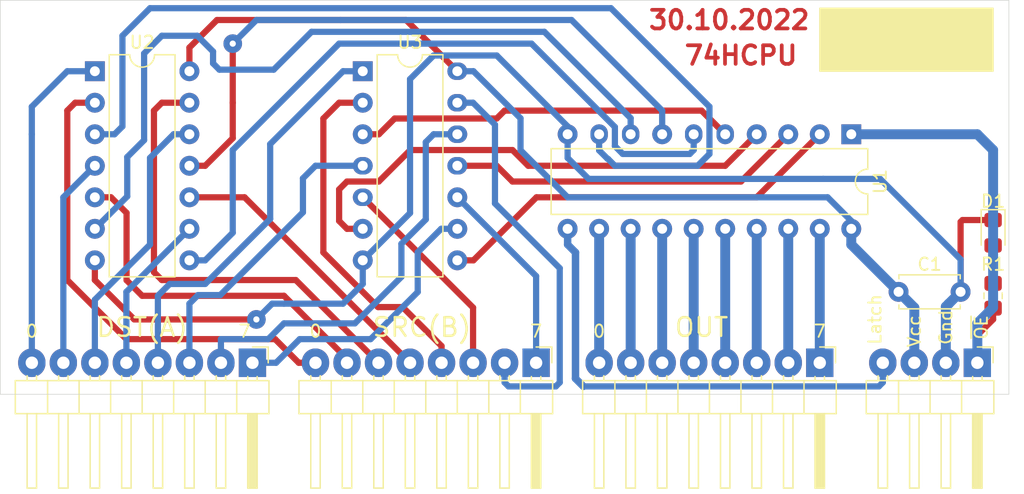
<source format=kicad_pcb>
(kicad_pcb (version 20171130) (host pcbnew "(5.1.8)-1")

  (general
    (thickness 1.6)
    (drawings 20)
    (tracks 228)
    (zones 0)
    (modules 10)
    (nets 38)
  )

  (page A4 portrait)
  (layers
    (0 F.Cu signal)
    (31 B.Cu signal)
    (32 B.Adhes user)
    (33 F.Adhes user)
    (34 B.Paste user)
    (35 F.Paste user)
    (36 B.SilkS user)
    (37 F.SilkS user)
    (38 B.Mask user)
    (39 F.Mask user)
    (40 Dwgs.User user)
    (41 Cmts.User user)
    (42 Eco1.User user)
    (43 Eco2.User user)
    (44 Edge.Cuts user)
    (45 Margin user)
    (46 B.CrtYd user)
    (47 F.CrtYd user)
    (48 B.Fab user)
    (49 F.Fab user)
  )

  (setup
    (last_trace_width 0.5)
    (user_trace_width 0.5)
    (user_trace_width 0.6)
    (user_trace_width 0.8)
    (trace_clearance 0.2)
    (zone_clearance 0.508)
    (zone_45_only no)
    (trace_min 0.2)
    (via_size 1.5)
    (via_drill 0.5)
    (via_min_size 0.4)
    (via_min_drill 0.3)
    (user_via 1.6 0.9)
    (uvia_size 0.3)
    (uvia_drill 0.1)
    (uvias_allowed no)
    (uvia_min_size 0.2)
    (uvia_min_drill 0.1)
    (edge_width 0.05)
    (segment_width 0.2)
    (pcb_text_width 0.3)
    (pcb_text_size 1.5 1.5)
    (mod_edge_width 0.12)
    (mod_text_size 1 1)
    (mod_text_width 0.15)
    (pad_size 1.6 1.6)
    (pad_drill 0.8)
    (pad_to_mask_clearance 0.051)
    (solder_mask_min_width 0.25)
    (aux_axis_origin 0 0)
    (visible_elements 7FFFFFFF)
    (pcbplotparams
      (layerselection 0x010fc_ffffffff)
      (usegerberextensions false)
      (usegerberattributes false)
      (usegerberadvancedattributes false)
      (creategerberjobfile false)
      (excludeedgelayer true)
      (linewidth 0.100000)
      (plotframeref false)
      (viasonmask false)
      (mode 1)
      (useauxorigin false)
      (hpglpennumber 1)
      (hpglpenspeed 20)
      (hpglpendiameter 15.000000)
      (psnegative false)
      (psa4output false)
      (plotreference true)
      (plotvalue true)
      (plotinvisibletext false)
      (padsonsilk false)
      (subtractmaskfromsilk false)
      (outputformat 1)
      (mirror false)
      (drillshape 1)
      (scaleselection 1)
      (outputdirectory ""))
  )

  (net 0 "")
  (net 1 "Net-(J1-Pad7)")
  (net 2 "Net-(J1-Pad6)")
  (net 3 "Net-(J1-Pad5)")
  (net 4 "Net-(J1-Pad4)")
  (net 5 "Net-(J1-Pad3)")
  (net 6 "Net-(J1-Pad2)")
  (net 7 "Net-(J2-Pad7)")
  (net 8 "Net-(J2-Pad6)")
  (net 9 "Net-(J2-Pad5)")
  (net 10 "Net-(J2-Pad4)")
  (net 11 "Net-(J2-Pad3)")
  (net 12 "Net-(J2-Pad2)")
  (net 13 "Net-(J3-Pad7)")
  (net 14 "Net-(J3-Pad6)")
  (net 15 "Net-(J3-Pad5)")
  (net 16 "Net-(J3-Pad4)")
  (net 17 "Net-(J3-Pad3)")
  (net 18 "Net-(J3-Pad2)")
  (net 19 VCC)
  (net 20 GND)
  (net 21 "Net-(U1-Pad2)")
  (net 22 "Net-(U1-Pad3)")
  (net 23 "Net-(U1-Pad4)")
  (net 24 "Net-(U1-Pad5)")
  (net 25 "Net-(U1-Pad6)")
  (net 26 "Net-(U1-Pad7)")
  (net 27 "Net-(U1-Pad8)")
  (net 28 "Net-(U1-Pad9)")
  (net 29 "Net-(D1-Pad2)")
  (net 30 /A0)
  (net 31 /A7)
  (net 32 /B0)
  (net 33 /B7)
  (net 34 /O0)
  (net 35 /O7)
  (net 36 /Latch)
  (net 37 /~OE)

  (net_class Default "This is the default net class."
    (clearance 0.2)
    (trace_width 0.5)
    (via_dia 1.5)
    (via_drill 0.5)
    (uvia_dia 0.3)
    (uvia_drill 0.1)
    (add_net /A0)
    (add_net /A7)
    (add_net /B0)
    (add_net /B7)
    (add_net /Latch)
    (add_net /O0)
    (add_net /O7)
    (add_net /~OE)
    (add_net GND)
    (add_net "Net-(D1-Pad2)")
    (add_net "Net-(J1-Pad2)")
    (add_net "Net-(J1-Pad3)")
    (add_net "Net-(J1-Pad4)")
    (add_net "Net-(J1-Pad5)")
    (add_net "Net-(J1-Pad6)")
    (add_net "Net-(J1-Pad7)")
    (add_net "Net-(J2-Pad2)")
    (add_net "Net-(J2-Pad3)")
    (add_net "Net-(J2-Pad4)")
    (add_net "Net-(J2-Pad5)")
    (add_net "Net-(J2-Pad6)")
    (add_net "Net-(J2-Pad7)")
    (add_net "Net-(J3-Pad2)")
    (add_net "Net-(J3-Pad3)")
    (add_net "Net-(J3-Pad4)")
    (add_net "Net-(J3-Pad5)")
    (add_net "Net-(J3-Pad6)")
    (add_net "Net-(J3-Pad7)")
    (add_net "Net-(U1-Pad2)")
    (add_net "Net-(U1-Pad3)")
    (add_net "Net-(U1-Pad4)")
    (add_net "Net-(U1-Pad5)")
    (add_net "Net-(U1-Pad6)")
    (add_net "Net-(U1-Pad7)")
    (add_net "Net-(U1-Pad8)")
    (add_net "Net-(U1-Pad9)")
    (add_net VCC)
  )

  (module Resistor_SMD:R_0805_2012Metric_Pad1.20x1.40mm_HandSolder (layer F.Cu) (tedit 5F68FEEE) (tstamp 635EC155)
    (at 115.57 58.7375 90)
    (descr "Resistor SMD 0805 (2012 Metric), square (rectangular) end terminal, IPC_7351 nominal with elongated pad for handsoldering. (Body size source: IPC-SM-782 page 72, https://www.pcb-3d.com/wordpress/wp-content/uploads/ipc-sm-782a_amendment_1_and_2.pdf), generated with kicad-footprint-generator")
    (tags "resistor handsolder")
    (path /635F51D3)
    (attr smd)
    (fp_text reference R1 (at 2.54 0 180) (layer F.SilkS)
      (effects (font (size 1 1) (thickness 0.15)))
    )
    (fp_text value 1k (at 0 1.65 90) (layer F.Fab)
      (effects (font (size 1 1) (thickness 0.15)))
    )
    (fp_line (start -1 0.625) (end -1 -0.625) (layer F.Fab) (width 0.1))
    (fp_line (start -1 -0.625) (end 1 -0.625) (layer F.Fab) (width 0.1))
    (fp_line (start 1 -0.625) (end 1 0.625) (layer F.Fab) (width 0.1))
    (fp_line (start 1 0.625) (end -1 0.625) (layer F.Fab) (width 0.1))
    (fp_line (start -0.227064 -0.735) (end 0.227064 -0.735) (layer F.SilkS) (width 0.12))
    (fp_line (start -0.227064 0.735) (end 0.227064 0.735) (layer F.SilkS) (width 0.12))
    (fp_line (start -1.85 0.95) (end -1.85 -0.95) (layer F.CrtYd) (width 0.05))
    (fp_line (start -1.85 -0.95) (end 1.85 -0.95) (layer F.CrtYd) (width 0.05))
    (fp_line (start 1.85 -0.95) (end 1.85 0.95) (layer F.CrtYd) (width 0.05))
    (fp_line (start 1.85 0.95) (end -1.85 0.95) (layer F.CrtYd) (width 0.05))
    (fp_text user %R (at 0 0 90) (layer F.Fab)
      (effects (font (size 0.5 0.5) (thickness 0.08)))
    )
    (pad 2 smd roundrect (at 1 0 90) (size 1.2 1.4) (layers F.Cu F.Paste F.Mask) (roundrect_rratio 0.208333)
      (net 29 "Net-(D1-Pad2)"))
    (pad 1 smd roundrect (at -1 0 90) (size 1.2 1.4) (layers F.Cu F.Paste F.Mask) (roundrect_rratio 0.208333)
      (net 37 /~OE))
    (model ${KISYS3DMOD}/Resistor_SMD.3dshapes/R_0805_2012Metric.wrl
      (at (xyz 0 0 0))
      (scale (xyz 1 1 1))
      (rotate (xyz 0 0 0))
    )
  )

  (module LED_SMD:LED_0805_2012Metric_Pad1.15x1.40mm_HandSolder (layer F.Cu) (tedit 5F68FEF1) (tstamp 635EBDAC)
    (at 115.57 53.6575 270)
    (descr "LED SMD 0805 (2012 Metric), square (rectangular) end terminal, IPC_7351 nominal, (Body size source: https://docs.google.com/spreadsheets/d/1BsfQQcO9C6DZCsRaXUlFlo91Tg2WpOkGARC1WS5S8t0/edit?usp=sharing), generated with kicad-footprint-generator")
    (tags "LED handsolder")
    (path /635F5DFD)
    (attr smd)
    (fp_text reference D1 (at -2.54 0 180) (layer F.SilkS)
      (effects (font (size 1 1) (thickness 0.15)))
    )
    (fp_text value LED (at 0 1.65 90) (layer F.Fab)
      (effects (font (size 1 1) (thickness 0.15)))
    )
    (fp_line (start 1 -0.6) (end -0.7 -0.6) (layer F.Fab) (width 0.1))
    (fp_line (start -0.7 -0.6) (end -1 -0.3) (layer F.Fab) (width 0.1))
    (fp_line (start -1 -0.3) (end -1 0.6) (layer F.Fab) (width 0.1))
    (fp_line (start -1 0.6) (end 1 0.6) (layer F.Fab) (width 0.1))
    (fp_line (start 1 0.6) (end 1 -0.6) (layer F.Fab) (width 0.1))
    (fp_line (start 1 -0.96) (end -1.86 -0.96) (layer F.SilkS) (width 0.12))
    (fp_line (start -1.86 -0.96) (end -1.86 0.96) (layer F.SilkS) (width 0.12))
    (fp_line (start -1.86 0.96) (end 1 0.96) (layer F.SilkS) (width 0.12))
    (fp_line (start -1.85 0.95) (end -1.85 -0.95) (layer F.CrtYd) (width 0.05))
    (fp_line (start -1.85 -0.95) (end 1.85 -0.95) (layer F.CrtYd) (width 0.05))
    (fp_line (start 1.85 -0.95) (end 1.85 0.95) (layer F.CrtYd) (width 0.05))
    (fp_line (start 1.85 0.95) (end -1.85 0.95) (layer F.CrtYd) (width 0.05))
    (fp_text user %R (at 0 0 90) (layer F.Fab)
      (effects (font (size 0.5 0.5) (thickness 0.08)))
    )
    (pad 2 smd roundrect (at 1.025 0 270) (size 1.15 1.4) (layers F.Cu F.Paste F.Mask) (roundrect_rratio 0.217391)
      (net 29 "Net-(D1-Pad2)"))
    (pad 1 smd roundrect (at -1.025 0 270) (size 1.15 1.4) (layers F.Cu F.Paste F.Mask) (roundrect_rratio 0.217391)
      (net 20 GND))
    (model ${KISYS3DMOD}/LED_SMD.3dshapes/LED_0805_2012Metric.wrl
      (at (xyz 0 0 0))
      (scale (xyz 1 1 1))
      (rotate (xyz 0 0 0))
    )
  )

  (module Package_DIP:DIP-14_W7.62mm (layer F.Cu) (tedit 62ADA738) (tstamp 5F515787)
    (at 43.18 40.64)
    (descr "14-lead though-hole mounted DIP package, row spacing 7.62 mm (300 mils)")
    (tags "THT DIP DIL PDIP 2.54mm 7.62mm 300mil")
    (path /5F5151F7)
    (fp_text reference U2 (at 3.81 -2.33) (layer F.SilkS)
      (effects (font (size 1 1) (thickness 0.15)))
    )
    (fp_text value 74LS08 (at 3.81 17.57) (layer F.Fab)
      (effects (font (size 1 1) (thickness 0.15)))
    )
    (fp_line (start 1.635 -1.27) (end 6.985 -1.27) (layer F.Fab) (width 0.1))
    (fp_line (start 6.985 -1.27) (end 6.985 16.51) (layer F.Fab) (width 0.1))
    (fp_line (start 6.985 16.51) (end 0.635 16.51) (layer F.Fab) (width 0.1))
    (fp_line (start 0.635 16.51) (end 0.635 -0.27) (layer F.Fab) (width 0.1))
    (fp_line (start 0.635 -0.27) (end 1.635 -1.27) (layer F.Fab) (width 0.1))
    (fp_line (start 2.81 -1.33) (end 1.16 -1.33) (layer F.SilkS) (width 0.12))
    (fp_line (start 1.16 -1.33) (end 1.16 16.57) (layer F.SilkS) (width 0.12))
    (fp_line (start 1.16 16.57) (end 6.46 16.57) (layer F.SilkS) (width 0.12))
    (fp_line (start 6.46 16.57) (end 6.46 -1.33) (layer F.SilkS) (width 0.12))
    (fp_line (start 6.46 -1.33) (end 4.81 -1.33) (layer F.SilkS) (width 0.12))
    (fp_line (start -1.1 -1.55) (end -1.1 16.8) (layer F.CrtYd) (width 0.05))
    (fp_line (start -1.1 16.8) (end 8.7 16.8) (layer F.CrtYd) (width 0.05))
    (fp_line (start 8.7 16.8) (end 8.7 -1.55) (layer F.CrtYd) (width 0.05))
    (fp_line (start 8.7 -1.55) (end -1.1 -1.55) (layer F.CrtYd) (width 0.05))
    (fp_text user %R (at 3.81 7.62) (layer F.Fab)
      (effects (font (size 1 1) (thickness 0.15)))
    )
    (fp_arc (start 3.81 -1.33) (end 2.81 -1.33) (angle -180) (layer F.SilkS) (width 0.12))
    (pad 14 thru_hole oval (at 7.62 0) (size 1.6 1.6) (drill 0.8) (layers *.Cu *.Mask)
      (net 19 VCC))
    (pad 7 thru_hole oval (at 0 15.24) (size 1.6 1.6) (drill 0.8) (layers *.Cu *.Mask)
      (net 20 GND))
    (pad 13 thru_hole oval (at 7.62 2.54) (size 1.6 1.6) (drill 0.8) (layers *.Cu *.Mask)
      (net 8 "Net-(J2-Pad6)"))
    (pad 6 thru_hole oval (at 0 12.7) (size 1.6 1.6) (drill 0.8) (layers *.Cu *.Mask)
      (net 27 "Net-(U1-Pad8)"))
    (pad 12 thru_hole oval (at 7.62 5.08) (size 1.6 1.6) (drill 0.8) (layers *.Cu *.Mask)
      (net 2 "Net-(J1-Pad6)"))
    (pad 5 thru_hole oval (at 0 10.16) (size 1.6 1.6) (drill 0.8) (layers *.Cu *.Mask)
      (net 7 "Net-(J2-Pad7)"))
    (pad 11 thru_hole oval (at 7.62 7.62) (size 1.6 1.6) (drill 0.8) (layers *.Cu *.Mask)
      (net 26 "Net-(U1-Pad7)"))
    (pad 4 thru_hole oval (at 0 7.62) (size 1.6 1.6) (drill 0.8) (layers *.Cu *.Mask)
      (net 1 "Net-(J1-Pad7)"))
    (pad 10 thru_hole oval (at 7.62 10.16) (size 1.6 1.6) (drill 0.8) (layers *.Cu *.Mask)
      (net 9 "Net-(J2-Pad5)"))
    (pad 3 thru_hole oval (at 0 5.08) (size 1.6 1.6) (drill 0.8) (layers *.Cu *.Mask)
      (net 28 "Net-(U1-Pad9)"))
    (pad 9 thru_hole oval (at 7.62 12.7) (size 1.6 1.6) (drill 0.8) (layers *.Cu *.Mask)
      (net 3 "Net-(J1-Pad5)"))
    (pad 2 thru_hole oval (at 0 2.54) (size 1.6 1.6) (drill 0.8) (layers *.Cu *.Mask)
      (net 32 /B0))
    (pad 8 thru_hole oval (at 7.62 15.24) (size 1.6 1.6) (drill 0.8) (layers *.Cu *.Mask)
      (net 25 "Net-(U1-Pad6)"))
    (pad 1 thru_hole rect (at 0 0) (size 1.6 1.6) (drill 0.8) (layers *.Cu *.Mask)
      (net 30 /A0))
    (model ${KISYS3DMOD}/Package_DIP.3dshapes/DIP-14_W7.62mm.wrl
      (at (xyz 0 0 0))
      (scale (xyz 1 1 1))
      (rotate (xyz 0 0 0))
    )
  )

  (module Package_DIP:DIP-14_W7.62mm (layer F.Cu) (tedit 62ADA438) (tstamp 5F5157A9)
    (at 64.77 40.64)
    (descr "14-lead though-hole mounted DIP package, row spacing 7.62 mm (300 mils)")
    (tags "THT DIP DIL PDIP 2.54mm 7.62mm 300mil")
    (path /5F539F05)
    (fp_text reference U3 (at 3.81 -2.33) (layer F.SilkS)
      (effects (font (size 1 1) (thickness 0.15)))
    )
    (fp_text value 74LS08 (at 3.81 17.57) (layer F.Fab)
      (effects (font (size 1 1) (thickness 0.15)))
    )
    (fp_line (start 1.635 -1.27) (end 6.985 -1.27) (layer F.Fab) (width 0.1))
    (fp_line (start 6.985 -1.27) (end 6.985 16.51) (layer F.Fab) (width 0.1))
    (fp_line (start 6.985 16.51) (end 0.635 16.51) (layer F.Fab) (width 0.1))
    (fp_line (start 0.635 16.51) (end 0.635 -0.27) (layer F.Fab) (width 0.1))
    (fp_line (start 0.635 -0.27) (end 1.635 -1.27) (layer F.Fab) (width 0.1))
    (fp_line (start 2.81 -1.33) (end 1.16 -1.33) (layer F.SilkS) (width 0.12))
    (fp_line (start 1.16 -1.33) (end 1.16 16.57) (layer F.SilkS) (width 0.12))
    (fp_line (start 1.16 16.57) (end 6.46 16.57) (layer F.SilkS) (width 0.12))
    (fp_line (start 6.46 16.57) (end 6.46 -1.33) (layer F.SilkS) (width 0.12))
    (fp_line (start 6.46 -1.33) (end 4.81 -1.33) (layer F.SilkS) (width 0.12))
    (fp_line (start -1.1 -1.55) (end -1.1 16.8) (layer F.CrtYd) (width 0.05))
    (fp_line (start -1.1 16.8) (end 8.7 16.8) (layer F.CrtYd) (width 0.05))
    (fp_line (start 8.7 16.8) (end 8.7 -1.55) (layer F.CrtYd) (width 0.05))
    (fp_line (start 8.7 -1.55) (end -1.1 -1.55) (layer F.CrtYd) (width 0.05))
    (fp_text user %R (at 3.81 7.62) (layer F.Fab)
      (effects (font (size 1 1) (thickness 0.15)))
    )
    (fp_arc (start 3.81 -1.33) (end 2.81 -1.33) (angle -180) (layer F.SilkS) (width 0.12))
    (pad 14 thru_hole oval (at 7.62 0) (size 1.6 1.4) (drill 0.8) (layers *.Cu *.Mask)
      (net 19 VCC))
    (pad 7 thru_hole oval (at 0 15.24) (size 1.6 1.6) (drill 0.8) (layers *.Cu *.Mask)
      (net 20 GND))
    (pad 13 thru_hole oval (at 7.62 2.54) (size 1.6 1.4) (drill 0.8) (layers *.Cu *.Mask)
      (net 12 "Net-(J2-Pad2)"))
    (pad 6 thru_hole oval (at 0 12.7) (size 1.6 1.6) (drill 0.8) (layers *.Cu *.Mask)
      (net 23 "Net-(U1-Pad4)"))
    (pad 12 thru_hole oval (at 7.62 5.08) (size 1.6 1.4) (drill 0.8) (layers *.Cu *.Mask)
      (net 6 "Net-(J1-Pad2)"))
    (pad 5 thru_hole oval (at 0 10.16) (size 1.6 1.4) (drill 0.8) (layers *.Cu *.Mask)
      (net 11 "Net-(J2-Pad3)"))
    (pad 11 thru_hole oval (at 7.62 7.62) (size 1.6 1.4) (drill 0.8) (layers *.Cu *.Mask)
      (net 22 "Net-(U1-Pad3)"))
    (pad 4 thru_hole oval (at 0 7.62) (size 1.6 1.4) (drill 0.8) (layers *.Cu *.Mask)
      (net 5 "Net-(J1-Pad3)"))
    (pad 10 thru_hole oval (at 7.62 10.16) (size 1.6 1.6) (drill 0.8) (layers *.Cu *.Mask)
      (net 33 /B7))
    (pad 3 thru_hole oval (at 0 5.08) (size 1.6 1.6) (drill 0.8) (layers *.Cu *.Mask)
      (net 24 "Net-(U1-Pad5)"))
    (pad 9 thru_hole oval (at 7.62 12.7) (size 1.6 1.6) (drill 0.8) (layers *.Cu *.Mask)
      (net 31 /A7))
    (pad 2 thru_hole oval (at 0 2.54) (size 1.6 1.6) (drill 0.8) (layers *.Cu *.Mask)
      (net 10 "Net-(J2-Pad4)"))
    (pad 8 thru_hole oval (at 7.62 15.24) (size 1.6 1.6) (drill 0.8) (layers *.Cu *.Mask)
      (net 21 "Net-(U1-Pad2)"))
    (pad 1 thru_hole rect (at 0 0) (size 1.6 1.6) (drill 0.8) (layers *.Cu *.Mask)
      (net 4 "Net-(J1-Pad4)"))
    (model ${KISYS3DMOD}/Package_DIP.3dshapes/DIP-14_W7.62mm.wrl
      (at (xyz 0 0 0))
      (scale (xyz 1 1 1))
      (rotate (xyz 0 0 0))
    )
  )

  (module Connector_PinHeader_2.54mm:PinHeader_1x04_P2.54mm_Horizontal (layer F.Cu) (tedit 59FED5CB) (tstamp 5F500AA8)
    (at 114.3 64.135 270)
    (descr "Through hole angled pin header, 1x04, 2.54mm pitch, 6mm pin length, single row")
    (tags "Through hole angled pin header THT 1x04 2.54mm single row")
    (path /5F50268E)
    (fp_text reference J4 (at 0 -1.905 90) (layer F.SilkS) hide
      (effects (font (size 1 1) (thickness 0.15)))
    )
    (fp_text value Conn_01x04_Male (at 1.905 5.3975 180) (layer F.Fab)
      (effects (font (size 1 1) (thickness 0.15)))
    )
    (fp_line (start 2.135 -1.27) (end 4.04 -1.27) (layer F.Fab) (width 0.1))
    (fp_line (start 4.04 -1.27) (end 4.04 8.89) (layer F.Fab) (width 0.1))
    (fp_line (start 4.04 8.89) (end 1.5 8.89) (layer F.Fab) (width 0.1))
    (fp_line (start 1.5 8.89) (end 1.5 -0.635) (layer F.Fab) (width 0.1))
    (fp_line (start 1.5 -0.635) (end 2.135 -1.27) (layer F.Fab) (width 0.1))
    (fp_line (start -0.32 -0.32) (end 1.5 -0.32) (layer F.Fab) (width 0.1))
    (fp_line (start -0.32 -0.32) (end -0.32 0.32) (layer F.Fab) (width 0.1))
    (fp_line (start -0.32 0.32) (end 1.5 0.32) (layer F.Fab) (width 0.1))
    (fp_line (start 4.04 -0.32) (end 10.04 -0.32) (layer F.Fab) (width 0.1))
    (fp_line (start 10.04 -0.32) (end 10.04 0.32) (layer F.Fab) (width 0.1))
    (fp_line (start 4.04 0.32) (end 10.04 0.32) (layer F.Fab) (width 0.1))
    (fp_line (start -0.32 2.22) (end 1.5 2.22) (layer F.Fab) (width 0.1))
    (fp_line (start -0.32 2.22) (end -0.32 2.86) (layer F.Fab) (width 0.1))
    (fp_line (start -0.32 2.86) (end 1.5 2.86) (layer F.Fab) (width 0.1))
    (fp_line (start 4.04 2.22) (end 10.04 2.22) (layer F.Fab) (width 0.1))
    (fp_line (start 10.04 2.22) (end 10.04 2.86) (layer F.Fab) (width 0.1))
    (fp_line (start 4.04 2.86) (end 10.04 2.86) (layer F.Fab) (width 0.1))
    (fp_line (start -0.32 4.76) (end 1.5 4.76) (layer F.Fab) (width 0.1))
    (fp_line (start -0.32 4.76) (end -0.32 5.4) (layer F.Fab) (width 0.1))
    (fp_line (start -0.32 5.4) (end 1.5 5.4) (layer F.Fab) (width 0.1))
    (fp_line (start 4.04 4.76) (end 10.04 4.76) (layer F.Fab) (width 0.1))
    (fp_line (start 10.04 4.76) (end 10.04 5.4) (layer F.Fab) (width 0.1))
    (fp_line (start 4.04 5.4) (end 10.04 5.4) (layer F.Fab) (width 0.1))
    (fp_line (start -0.32 7.3) (end 1.5 7.3) (layer F.Fab) (width 0.1))
    (fp_line (start -0.32 7.3) (end -0.32 7.94) (layer F.Fab) (width 0.1))
    (fp_line (start -0.32 7.94) (end 1.5 7.94) (layer F.Fab) (width 0.1))
    (fp_line (start 4.04 7.3) (end 10.04 7.3) (layer F.Fab) (width 0.1))
    (fp_line (start 10.04 7.3) (end 10.04 7.94) (layer F.Fab) (width 0.1))
    (fp_line (start 4.04 7.94) (end 10.04 7.94) (layer F.Fab) (width 0.1))
    (fp_line (start 1.44 -1.33) (end 1.44 8.95) (layer F.SilkS) (width 0.12))
    (fp_line (start 1.44 8.95) (end 4.1 8.95) (layer F.SilkS) (width 0.12))
    (fp_line (start 4.1 8.95) (end 4.1 -1.33) (layer F.SilkS) (width 0.12))
    (fp_line (start 4.1 -1.33) (end 1.44 -1.33) (layer F.SilkS) (width 0.12))
    (fp_line (start 4.1 -0.38) (end 10.1 -0.38) (layer F.SilkS) (width 0.12))
    (fp_line (start 10.1 -0.38) (end 10.1 0.38) (layer F.SilkS) (width 0.12))
    (fp_line (start 10.1 0.38) (end 4.1 0.38) (layer F.SilkS) (width 0.12))
    (fp_line (start 4.1 -0.32) (end 10.1 -0.32) (layer F.SilkS) (width 0.12))
    (fp_line (start 4.1 -0.2) (end 10.1 -0.2) (layer F.SilkS) (width 0.12))
    (fp_line (start 4.1 -0.08) (end 10.1 -0.08) (layer F.SilkS) (width 0.12))
    (fp_line (start 4.1 0.04) (end 10.1 0.04) (layer F.SilkS) (width 0.12))
    (fp_line (start 4.1 0.16) (end 10.1 0.16) (layer F.SilkS) (width 0.12))
    (fp_line (start 4.1 0.28) (end 10.1 0.28) (layer F.SilkS) (width 0.12))
    (fp_line (start 1.11 -0.38) (end 1.44 -0.38) (layer F.SilkS) (width 0.12))
    (fp_line (start 1.11 0.38) (end 1.44 0.38) (layer F.SilkS) (width 0.12))
    (fp_line (start 1.44 1.27) (end 4.1 1.27) (layer F.SilkS) (width 0.12))
    (fp_line (start 4.1 2.16) (end 10.1 2.16) (layer F.SilkS) (width 0.12))
    (fp_line (start 10.1 2.16) (end 10.1 2.92) (layer F.SilkS) (width 0.12))
    (fp_line (start 10.1 2.92) (end 4.1 2.92) (layer F.SilkS) (width 0.12))
    (fp_line (start 1.042929 2.16) (end 1.44 2.16) (layer F.SilkS) (width 0.12))
    (fp_line (start 1.042929 2.92) (end 1.44 2.92) (layer F.SilkS) (width 0.12))
    (fp_line (start 1.44 3.81) (end 4.1 3.81) (layer F.SilkS) (width 0.12))
    (fp_line (start 4.1 4.7) (end 10.1 4.7) (layer F.SilkS) (width 0.12))
    (fp_line (start 10.1 4.7) (end 10.1 5.46) (layer F.SilkS) (width 0.12))
    (fp_line (start 10.1 5.46) (end 4.1 5.46) (layer F.SilkS) (width 0.12))
    (fp_line (start 1.042929 4.7) (end 1.44 4.7) (layer F.SilkS) (width 0.12))
    (fp_line (start 1.042929 5.46) (end 1.44 5.46) (layer F.SilkS) (width 0.12))
    (fp_line (start 1.44 6.35) (end 4.1 6.35) (layer F.SilkS) (width 0.12))
    (fp_line (start 4.1 7.24) (end 10.1 7.24) (layer F.SilkS) (width 0.12))
    (fp_line (start 10.1 7.24) (end 10.1 8) (layer F.SilkS) (width 0.12))
    (fp_line (start 10.1 8) (end 4.1 8) (layer F.SilkS) (width 0.12))
    (fp_line (start 1.042929 7.24) (end 1.44 7.24) (layer F.SilkS) (width 0.12))
    (fp_line (start 1.042929 8) (end 1.44 8) (layer F.SilkS) (width 0.12))
    (fp_line (start -1.27 0) (end -1.27 -1.27) (layer F.SilkS) (width 0.12))
    (fp_line (start -1.27 -1.27) (end 0 -1.27) (layer F.SilkS) (width 0.12))
    (fp_line (start -1.8 -1.8) (end -1.8 9.4) (layer F.CrtYd) (width 0.05))
    (fp_line (start -1.8 9.4) (end 10.55 9.4) (layer F.CrtYd) (width 0.05))
    (fp_line (start 10.55 9.4) (end 10.55 -1.8) (layer F.CrtYd) (width 0.05))
    (fp_line (start 10.55 -1.8) (end -1.8 -1.8) (layer F.CrtYd) (width 0.05))
    (fp_text user %R (at 2.77 3.81) (layer F.Fab)
      (effects (font (size 1 1) (thickness 0.15)))
    )
    (pad 4 thru_hole oval (at 0 7.62 270) (size 2.3 2.2) (drill 1) (layers *.Cu *.Mask)
      (net 36 /Latch))
    (pad 3 thru_hole oval (at 0 5.08 270) (size 2.3 2.2) (drill 1) (layers *.Cu *.Mask)
      (net 19 VCC))
    (pad 2 thru_hole oval (at 0 2.54 270) (size 2.3 2.2) (drill 1) (layers *.Cu *.Mask)
      (net 20 GND))
    (pad 1 thru_hole rect (at 0 0 270) (size 2.3 2.2) (drill 1) (layers *.Cu *.Mask)
      (net 37 /~OE))
    (model ${KISYS3DMOD}/Connector_PinHeader_2.54mm.3dshapes/PinHeader_1x04_P2.54mm_Horizontal.wrl
      (at (xyz 0 0 0))
      (scale (xyz 1 1 1))
      (rotate (xyz 0 0 0))
    )
  )

  (module Connector_PinHeader_2.54mm:PinHeader_1x08_P2.54mm_Horizontal (layer F.Cu) (tedit 59FED5CB) (tstamp 5F500A5B)
    (at 101.6 64.135 270)
    (descr "Through hole angled pin header, 1x08, 2.54mm pitch, 6mm pin length, single row")
    (tags "Through hole angled pin header THT 1x08 2.54mm single row")
    (path /5F502016)
    (fp_text reference J3 (at 0.3175 -2.27 90) (layer F.SilkS) hide
      (effects (font (size 1 1) (thickness 0.15)))
    )
    (fp_text value Conn_01x08_Male (at 1.905 10.16 180) (layer F.Fab)
      (effects (font (size 1 1) (thickness 0.15)))
    )
    (fp_line (start 2.135 -1.27) (end 4.04 -1.27) (layer F.Fab) (width 0.1))
    (fp_line (start 4.04 -1.27) (end 4.04 19.05) (layer F.Fab) (width 0.1))
    (fp_line (start 4.04 19.05) (end 1.5 19.05) (layer F.Fab) (width 0.1))
    (fp_line (start 1.5 19.05) (end 1.5 -0.635) (layer F.Fab) (width 0.1))
    (fp_line (start 1.5 -0.635) (end 2.135 -1.27) (layer F.Fab) (width 0.1))
    (fp_line (start -0.32 -0.32) (end 1.5 -0.32) (layer F.Fab) (width 0.1))
    (fp_line (start -0.32 -0.32) (end -0.32 0.32) (layer F.Fab) (width 0.1))
    (fp_line (start -0.32 0.32) (end 1.5 0.32) (layer F.Fab) (width 0.1))
    (fp_line (start 4.04 -0.32) (end 10.04 -0.32) (layer F.Fab) (width 0.1))
    (fp_line (start 10.04 -0.32) (end 10.04 0.32) (layer F.Fab) (width 0.1))
    (fp_line (start 4.04 0.32) (end 10.04 0.32) (layer F.Fab) (width 0.1))
    (fp_line (start -0.32 2.22) (end 1.5 2.22) (layer F.Fab) (width 0.1))
    (fp_line (start -0.32 2.22) (end -0.32 2.86) (layer F.Fab) (width 0.1))
    (fp_line (start -0.32 2.86) (end 1.5 2.86) (layer F.Fab) (width 0.1))
    (fp_line (start 4.04 2.22) (end 10.04 2.22) (layer F.Fab) (width 0.1))
    (fp_line (start 10.04 2.22) (end 10.04 2.86) (layer F.Fab) (width 0.1))
    (fp_line (start 4.04 2.86) (end 10.04 2.86) (layer F.Fab) (width 0.1))
    (fp_line (start -0.32 4.76) (end 1.5 4.76) (layer F.Fab) (width 0.1))
    (fp_line (start -0.32 4.76) (end -0.32 5.4) (layer F.Fab) (width 0.1))
    (fp_line (start -0.32 5.4) (end 1.5 5.4) (layer F.Fab) (width 0.1))
    (fp_line (start 4.04 4.76) (end 10.04 4.76) (layer F.Fab) (width 0.1))
    (fp_line (start 10.04 4.76) (end 10.04 5.4) (layer F.Fab) (width 0.1))
    (fp_line (start 4.04 5.4) (end 10.04 5.4) (layer F.Fab) (width 0.1))
    (fp_line (start -0.32 7.3) (end 1.5 7.3) (layer F.Fab) (width 0.1))
    (fp_line (start -0.32 7.3) (end -0.32 7.94) (layer F.Fab) (width 0.1))
    (fp_line (start -0.32 7.94) (end 1.5 7.94) (layer F.Fab) (width 0.1))
    (fp_line (start 4.04 7.3) (end 10.04 7.3) (layer F.Fab) (width 0.1))
    (fp_line (start 10.04 7.3) (end 10.04 7.94) (layer F.Fab) (width 0.1))
    (fp_line (start 4.04 7.94) (end 10.04 7.94) (layer F.Fab) (width 0.1))
    (fp_line (start -0.32 9.84) (end 1.5 9.84) (layer F.Fab) (width 0.1))
    (fp_line (start -0.32 9.84) (end -0.32 10.48) (layer F.Fab) (width 0.1))
    (fp_line (start -0.32 10.48) (end 1.5 10.48) (layer F.Fab) (width 0.1))
    (fp_line (start 4.04 9.84) (end 10.04 9.84) (layer F.Fab) (width 0.1))
    (fp_line (start 10.04 9.84) (end 10.04 10.48) (layer F.Fab) (width 0.1))
    (fp_line (start 4.04 10.48) (end 10.04 10.48) (layer F.Fab) (width 0.1))
    (fp_line (start -0.32 12.38) (end 1.5 12.38) (layer F.Fab) (width 0.1))
    (fp_line (start -0.32 12.38) (end -0.32 13.02) (layer F.Fab) (width 0.1))
    (fp_line (start -0.32 13.02) (end 1.5 13.02) (layer F.Fab) (width 0.1))
    (fp_line (start 4.04 12.38) (end 10.04 12.38) (layer F.Fab) (width 0.1))
    (fp_line (start 10.04 12.38) (end 10.04 13.02) (layer F.Fab) (width 0.1))
    (fp_line (start 4.04 13.02) (end 10.04 13.02) (layer F.Fab) (width 0.1))
    (fp_line (start -0.32 14.92) (end 1.5 14.92) (layer F.Fab) (width 0.1))
    (fp_line (start -0.32 14.92) (end -0.32 15.56) (layer F.Fab) (width 0.1))
    (fp_line (start -0.32 15.56) (end 1.5 15.56) (layer F.Fab) (width 0.1))
    (fp_line (start 4.04 14.92) (end 10.04 14.92) (layer F.Fab) (width 0.1))
    (fp_line (start 10.04 14.92) (end 10.04 15.56) (layer F.Fab) (width 0.1))
    (fp_line (start 4.04 15.56) (end 10.04 15.56) (layer F.Fab) (width 0.1))
    (fp_line (start -0.32 17.46) (end 1.5 17.46) (layer F.Fab) (width 0.1))
    (fp_line (start -0.32 17.46) (end -0.32 18.1) (layer F.Fab) (width 0.1))
    (fp_line (start -0.32 18.1) (end 1.5 18.1) (layer F.Fab) (width 0.1))
    (fp_line (start 4.04 17.46) (end 10.04 17.46) (layer F.Fab) (width 0.1))
    (fp_line (start 10.04 17.46) (end 10.04 18.1) (layer F.Fab) (width 0.1))
    (fp_line (start 4.04 18.1) (end 10.04 18.1) (layer F.Fab) (width 0.1))
    (fp_line (start 1.44 -1.33) (end 1.44 19.11) (layer F.SilkS) (width 0.12))
    (fp_line (start 1.44 19.11) (end 4.1 19.11) (layer F.SilkS) (width 0.12))
    (fp_line (start 4.1 19.11) (end 4.1 -1.33) (layer F.SilkS) (width 0.12))
    (fp_line (start 4.1 -1.33) (end 1.44 -1.33) (layer F.SilkS) (width 0.12))
    (fp_line (start 4.1 -0.38) (end 10.1 -0.38) (layer F.SilkS) (width 0.12))
    (fp_line (start 10.1 -0.38) (end 10.1 0.38) (layer F.SilkS) (width 0.12))
    (fp_line (start 10.1 0.38) (end 4.1 0.38) (layer F.SilkS) (width 0.12))
    (fp_line (start 4.1 -0.32) (end 10.1 -0.32) (layer F.SilkS) (width 0.12))
    (fp_line (start 4.1 -0.2) (end 10.1 -0.2) (layer F.SilkS) (width 0.12))
    (fp_line (start 4.1 -0.08) (end 10.1 -0.08) (layer F.SilkS) (width 0.12))
    (fp_line (start 4.1 0.04) (end 10.1 0.04) (layer F.SilkS) (width 0.12))
    (fp_line (start 4.1 0.16) (end 10.1 0.16) (layer F.SilkS) (width 0.12))
    (fp_line (start 4.1 0.28) (end 10.1 0.28) (layer F.SilkS) (width 0.12))
    (fp_line (start 1.11 -0.38) (end 1.44 -0.38) (layer F.SilkS) (width 0.12))
    (fp_line (start 1.11 0.38) (end 1.44 0.38) (layer F.SilkS) (width 0.12))
    (fp_line (start 1.44 1.27) (end 4.1 1.27) (layer F.SilkS) (width 0.12))
    (fp_line (start 4.1 2.16) (end 10.1 2.16) (layer F.SilkS) (width 0.12))
    (fp_line (start 10.1 2.16) (end 10.1 2.92) (layer F.SilkS) (width 0.12))
    (fp_line (start 10.1 2.92) (end 4.1 2.92) (layer F.SilkS) (width 0.12))
    (fp_line (start 1.042929 2.16) (end 1.44 2.16) (layer F.SilkS) (width 0.12))
    (fp_line (start 1.042929 2.92) (end 1.44 2.92) (layer F.SilkS) (width 0.12))
    (fp_line (start 1.44 3.81) (end 4.1 3.81) (layer F.SilkS) (width 0.12))
    (fp_line (start 4.1 4.7) (end 10.1 4.7) (layer F.SilkS) (width 0.12))
    (fp_line (start 10.1 4.7) (end 10.1 5.46) (layer F.SilkS) (width 0.12))
    (fp_line (start 10.1 5.46) (end 4.1 5.46) (layer F.SilkS) (width 0.12))
    (fp_line (start 1.042929 4.7) (end 1.44 4.7) (layer F.SilkS) (width 0.12))
    (fp_line (start 1.042929 5.46) (end 1.44 5.46) (layer F.SilkS) (width 0.12))
    (fp_line (start 1.44 6.35) (end 4.1 6.35) (layer F.SilkS) (width 0.12))
    (fp_line (start 4.1 7.24) (end 10.1 7.24) (layer F.SilkS) (width 0.12))
    (fp_line (start 10.1 7.24) (end 10.1 8) (layer F.SilkS) (width 0.12))
    (fp_line (start 10.1 8) (end 4.1 8) (layer F.SilkS) (width 0.12))
    (fp_line (start 1.042929 7.24) (end 1.44 7.24) (layer F.SilkS) (width 0.12))
    (fp_line (start 1.042929 8) (end 1.44 8) (layer F.SilkS) (width 0.12))
    (fp_line (start 1.44 8.89) (end 4.1 8.89) (layer F.SilkS) (width 0.12))
    (fp_line (start 4.1 9.78) (end 10.1 9.78) (layer F.SilkS) (width 0.12))
    (fp_line (start 10.1 9.78) (end 10.1 10.54) (layer F.SilkS) (width 0.12))
    (fp_line (start 10.1 10.54) (end 4.1 10.54) (layer F.SilkS) (width 0.12))
    (fp_line (start 1.042929 9.78) (end 1.44 9.78) (layer F.SilkS) (width 0.12))
    (fp_line (start 1.042929 10.54) (end 1.44 10.54) (layer F.SilkS) (width 0.12))
    (fp_line (start 1.44 11.43) (end 4.1 11.43) (layer F.SilkS) (width 0.12))
    (fp_line (start 4.1 12.32) (end 10.1 12.32) (layer F.SilkS) (width 0.12))
    (fp_line (start 10.1 12.32) (end 10.1 13.08) (layer F.SilkS) (width 0.12))
    (fp_line (start 10.1 13.08) (end 4.1 13.08) (layer F.SilkS) (width 0.12))
    (fp_line (start 1.042929 12.32) (end 1.44 12.32) (layer F.SilkS) (width 0.12))
    (fp_line (start 1.042929 13.08) (end 1.44 13.08) (layer F.SilkS) (width 0.12))
    (fp_line (start 1.44 13.97) (end 4.1 13.97) (layer F.SilkS) (width 0.12))
    (fp_line (start 4.1 14.86) (end 10.1 14.86) (layer F.SilkS) (width 0.12))
    (fp_line (start 10.1 14.86) (end 10.1 15.62) (layer F.SilkS) (width 0.12))
    (fp_line (start 10.1 15.62) (end 4.1 15.62) (layer F.SilkS) (width 0.12))
    (fp_line (start 1.042929 14.86) (end 1.44 14.86) (layer F.SilkS) (width 0.12))
    (fp_line (start 1.042929 15.62) (end 1.44 15.62) (layer F.SilkS) (width 0.12))
    (fp_line (start 1.44 16.51) (end 4.1 16.51) (layer F.SilkS) (width 0.12))
    (fp_line (start 4.1 17.4) (end 10.1 17.4) (layer F.SilkS) (width 0.12))
    (fp_line (start 10.1 17.4) (end 10.1 18.16) (layer F.SilkS) (width 0.12))
    (fp_line (start 10.1 18.16) (end 4.1 18.16) (layer F.SilkS) (width 0.12))
    (fp_line (start 1.042929 17.4) (end 1.44 17.4) (layer F.SilkS) (width 0.12))
    (fp_line (start 1.042929 18.16) (end 1.44 18.16) (layer F.SilkS) (width 0.12))
    (fp_line (start -1.27 0) (end -1.27 -1.27) (layer F.SilkS) (width 0.12))
    (fp_line (start -1.27 -1.27) (end 0 -1.27) (layer F.SilkS) (width 0.12))
    (fp_line (start -1.8 -1.8) (end -1.8 19.55) (layer F.CrtYd) (width 0.05))
    (fp_line (start -1.8 19.55) (end 10.55 19.55) (layer F.CrtYd) (width 0.05))
    (fp_line (start 10.55 19.55) (end 10.55 -1.8) (layer F.CrtYd) (width 0.05))
    (fp_line (start 10.55 -1.8) (end -1.8 -1.8) (layer F.CrtYd) (width 0.05))
    (fp_text user %R (at 2.77 8.89) (layer F.Fab)
      (effects (font (size 1 1) (thickness 0.15)))
    )
    (pad 8 thru_hole oval (at 0 17.78 270) (size 2.3 2.2) (drill 1) (layers *.Cu *.Mask)
      (net 34 /O0))
    (pad 7 thru_hole oval (at 0 15.24 270) (size 2.3 2.2) (drill 1) (layers *.Cu *.Mask)
      (net 13 "Net-(J3-Pad7)"))
    (pad 6 thru_hole oval (at 0 12.7 270) (size 2.3 2.2) (drill 1) (layers *.Cu *.Mask)
      (net 14 "Net-(J3-Pad6)"))
    (pad 5 thru_hole oval (at 0 10.16 270) (size 2.3 2.2) (drill 1) (layers *.Cu *.Mask)
      (net 15 "Net-(J3-Pad5)"))
    (pad 4 thru_hole oval (at 0 7.62 270) (size 2.3 2.2) (drill 1) (layers *.Cu *.Mask)
      (net 16 "Net-(J3-Pad4)"))
    (pad 3 thru_hole oval (at 0 5.08 270) (size 2.3 2.2) (drill 1) (layers *.Cu *.Mask)
      (net 17 "Net-(J3-Pad3)"))
    (pad 2 thru_hole oval (at 0 2.54 270) (size 2.3 2.2) (drill 1) (layers *.Cu *.Mask)
      (net 18 "Net-(J3-Pad2)"))
    (pad 1 thru_hole rect (at 0 0 270) (size 2.3 2.2) (drill 1) (layers *.Cu *.Mask)
      (net 35 /O7))
    (model ${KISYS3DMOD}/Connector_PinHeader_2.54mm.3dshapes/PinHeader_1x08_P2.54mm_Horizontal.wrl
      (at (xyz 0 0 0))
      (scale (xyz 1 1 1))
      (rotate (xyz 0 0 0))
    )
  )

  (module Connector_PinHeader_2.54mm:PinHeader_1x08_P2.54mm_Horizontal (layer F.Cu) (tedit 59FED5CB) (tstamp 5F5009DA)
    (at 78.74 64.135 270)
    (descr "Through hole angled pin header, 1x08, 2.54mm pitch, 6mm pin length, single row")
    (tags "Through hole angled pin header THT 1x08 2.54mm single row")
    (path /5F5016B1)
    (fp_text reference J2 (at 0.3175 -2.27 90) (layer F.SilkS) hide
      (effects (font (size 1 1) (thickness 0.15)))
    )
    (fp_text value Conn_01x08_Male (at 1.905 9.2075 180) (layer F.Fab)
      (effects (font (size 1 1) (thickness 0.15)))
    )
    (fp_line (start 2.135 -1.27) (end 4.04 -1.27) (layer F.Fab) (width 0.1))
    (fp_line (start 4.04 -1.27) (end 4.04 19.05) (layer F.Fab) (width 0.1))
    (fp_line (start 4.04 19.05) (end 1.5 19.05) (layer F.Fab) (width 0.1))
    (fp_line (start 1.5 19.05) (end 1.5 -0.635) (layer F.Fab) (width 0.1))
    (fp_line (start 1.5 -0.635) (end 2.135 -1.27) (layer F.Fab) (width 0.1))
    (fp_line (start -0.32 -0.32) (end 1.5 -0.32) (layer F.Fab) (width 0.1))
    (fp_line (start -0.32 -0.32) (end -0.32 0.32) (layer F.Fab) (width 0.1))
    (fp_line (start -0.32 0.32) (end 1.5 0.32) (layer F.Fab) (width 0.1))
    (fp_line (start 4.04 -0.32) (end 10.04 -0.32) (layer F.Fab) (width 0.1))
    (fp_line (start 10.04 -0.32) (end 10.04 0.32) (layer F.Fab) (width 0.1))
    (fp_line (start 4.04 0.32) (end 10.04 0.32) (layer F.Fab) (width 0.1))
    (fp_line (start -0.32 2.22) (end 1.5 2.22) (layer F.Fab) (width 0.1))
    (fp_line (start -0.32 2.22) (end -0.32 2.86) (layer F.Fab) (width 0.1))
    (fp_line (start -0.32 2.86) (end 1.5 2.86) (layer F.Fab) (width 0.1))
    (fp_line (start 4.04 2.22) (end 10.04 2.22) (layer F.Fab) (width 0.1))
    (fp_line (start 10.04 2.22) (end 10.04 2.86) (layer F.Fab) (width 0.1))
    (fp_line (start 4.04 2.86) (end 10.04 2.86) (layer F.Fab) (width 0.1))
    (fp_line (start -0.32 4.76) (end 1.5 4.76) (layer F.Fab) (width 0.1))
    (fp_line (start -0.32 4.76) (end -0.32 5.4) (layer F.Fab) (width 0.1))
    (fp_line (start -0.32 5.4) (end 1.5 5.4) (layer F.Fab) (width 0.1))
    (fp_line (start 4.04 4.76) (end 10.04 4.76) (layer F.Fab) (width 0.1))
    (fp_line (start 10.04 4.76) (end 10.04 5.4) (layer F.Fab) (width 0.1))
    (fp_line (start 4.04 5.4) (end 10.04 5.4) (layer F.Fab) (width 0.1))
    (fp_line (start -0.32 7.3) (end 1.5 7.3) (layer F.Fab) (width 0.1))
    (fp_line (start -0.32 7.3) (end -0.32 7.94) (layer F.Fab) (width 0.1))
    (fp_line (start -0.32 7.94) (end 1.5 7.94) (layer F.Fab) (width 0.1))
    (fp_line (start 4.04 7.3) (end 10.04 7.3) (layer F.Fab) (width 0.1))
    (fp_line (start 10.04 7.3) (end 10.04 7.94) (layer F.Fab) (width 0.1))
    (fp_line (start 4.04 7.94) (end 10.04 7.94) (layer F.Fab) (width 0.1))
    (fp_line (start -0.32 9.84) (end 1.5 9.84) (layer F.Fab) (width 0.1))
    (fp_line (start -0.32 9.84) (end -0.32 10.48) (layer F.Fab) (width 0.1))
    (fp_line (start -0.32 10.48) (end 1.5 10.48) (layer F.Fab) (width 0.1))
    (fp_line (start 4.04 9.84) (end 10.04 9.84) (layer F.Fab) (width 0.1))
    (fp_line (start 10.04 9.84) (end 10.04 10.48) (layer F.Fab) (width 0.1))
    (fp_line (start 4.04 10.48) (end 10.04 10.48) (layer F.Fab) (width 0.1))
    (fp_line (start -0.32 12.38) (end 1.5 12.38) (layer F.Fab) (width 0.1))
    (fp_line (start -0.32 12.38) (end -0.32 13.02) (layer F.Fab) (width 0.1))
    (fp_line (start -0.32 13.02) (end 1.5 13.02) (layer F.Fab) (width 0.1))
    (fp_line (start 4.04 12.38) (end 10.04 12.38) (layer F.Fab) (width 0.1))
    (fp_line (start 10.04 12.38) (end 10.04 13.02) (layer F.Fab) (width 0.1))
    (fp_line (start 4.04 13.02) (end 10.04 13.02) (layer F.Fab) (width 0.1))
    (fp_line (start -0.32 14.92) (end 1.5 14.92) (layer F.Fab) (width 0.1))
    (fp_line (start -0.32 14.92) (end -0.32 15.56) (layer F.Fab) (width 0.1))
    (fp_line (start -0.32 15.56) (end 1.5 15.56) (layer F.Fab) (width 0.1))
    (fp_line (start 4.04 14.92) (end 10.04 14.92) (layer F.Fab) (width 0.1))
    (fp_line (start 10.04 14.92) (end 10.04 15.56) (layer F.Fab) (width 0.1))
    (fp_line (start 4.04 15.56) (end 10.04 15.56) (layer F.Fab) (width 0.1))
    (fp_line (start -0.32 17.46) (end 1.5 17.46) (layer F.Fab) (width 0.1))
    (fp_line (start -0.32 17.46) (end -0.32 18.1) (layer F.Fab) (width 0.1))
    (fp_line (start -0.32 18.1) (end 1.5 18.1) (layer F.Fab) (width 0.1))
    (fp_line (start 4.04 17.46) (end 10.04 17.46) (layer F.Fab) (width 0.1))
    (fp_line (start 10.04 17.46) (end 10.04 18.1) (layer F.Fab) (width 0.1))
    (fp_line (start 4.04 18.1) (end 10.04 18.1) (layer F.Fab) (width 0.1))
    (fp_line (start 1.44 -1.33) (end 1.44 19.11) (layer F.SilkS) (width 0.12))
    (fp_line (start 1.44 19.11) (end 4.1 19.11) (layer F.SilkS) (width 0.12))
    (fp_line (start 4.1 19.11) (end 4.1 -1.33) (layer F.SilkS) (width 0.12))
    (fp_line (start 4.1 -1.33) (end 1.44 -1.33) (layer F.SilkS) (width 0.12))
    (fp_line (start 4.1 -0.38) (end 10.1 -0.38) (layer F.SilkS) (width 0.12))
    (fp_line (start 10.1 -0.38) (end 10.1 0.38) (layer F.SilkS) (width 0.12))
    (fp_line (start 10.1 0.38) (end 4.1 0.38) (layer F.SilkS) (width 0.12))
    (fp_line (start 4.1 -0.32) (end 10.1 -0.32) (layer F.SilkS) (width 0.12))
    (fp_line (start 4.1 -0.2) (end 10.1 -0.2) (layer F.SilkS) (width 0.12))
    (fp_line (start 4.1 -0.08) (end 10.1 -0.08) (layer F.SilkS) (width 0.12))
    (fp_line (start 4.1 0.04) (end 10.1 0.04) (layer F.SilkS) (width 0.12))
    (fp_line (start 4.1 0.16) (end 10.1 0.16) (layer F.SilkS) (width 0.12))
    (fp_line (start 4.1 0.28) (end 10.1 0.28) (layer F.SilkS) (width 0.12))
    (fp_line (start 1.11 -0.38) (end 1.44 -0.38) (layer F.SilkS) (width 0.12))
    (fp_line (start 1.11 0.38) (end 1.44 0.38) (layer F.SilkS) (width 0.12))
    (fp_line (start 1.44 1.27) (end 4.1 1.27) (layer F.SilkS) (width 0.12))
    (fp_line (start 4.1 2.16) (end 10.1 2.16) (layer F.SilkS) (width 0.12))
    (fp_line (start 10.1 2.16) (end 10.1 2.92) (layer F.SilkS) (width 0.12))
    (fp_line (start 10.1 2.92) (end 4.1 2.92) (layer F.SilkS) (width 0.12))
    (fp_line (start 1.042929 2.16) (end 1.44 2.16) (layer F.SilkS) (width 0.12))
    (fp_line (start 1.042929 2.92) (end 1.44 2.92) (layer F.SilkS) (width 0.12))
    (fp_line (start 1.44 3.81) (end 4.1 3.81) (layer F.SilkS) (width 0.12))
    (fp_line (start 4.1 4.7) (end 10.1 4.7) (layer F.SilkS) (width 0.12))
    (fp_line (start 10.1 4.7) (end 10.1 5.46) (layer F.SilkS) (width 0.12))
    (fp_line (start 10.1 5.46) (end 4.1 5.46) (layer F.SilkS) (width 0.12))
    (fp_line (start 1.042929 4.7) (end 1.44 4.7) (layer F.SilkS) (width 0.12))
    (fp_line (start 1.042929 5.46) (end 1.44 5.46) (layer F.SilkS) (width 0.12))
    (fp_line (start 1.44 6.35) (end 4.1 6.35) (layer F.SilkS) (width 0.12))
    (fp_line (start 4.1 7.24) (end 10.1 7.24) (layer F.SilkS) (width 0.12))
    (fp_line (start 10.1 7.24) (end 10.1 8) (layer F.SilkS) (width 0.12))
    (fp_line (start 10.1 8) (end 4.1 8) (layer F.SilkS) (width 0.12))
    (fp_line (start 1.042929 7.24) (end 1.44 7.24) (layer F.SilkS) (width 0.12))
    (fp_line (start 1.042929 8) (end 1.44 8) (layer F.SilkS) (width 0.12))
    (fp_line (start 1.44 8.89) (end 4.1 8.89) (layer F.SilkS) (width 0.12))
    (fp_line (start 4.1 9.78) (end 10.1 9.78) (layer F.SilkS) (width 0.12))
    (fp_line (start 10.1 9.78) (end 10.1 10.54) (layer F.SilkS) (width 0.12))
    (fp_line (start 10.1 10.54) (end 4.1 10.54) (layer F.SilkS) (width 0.12))
    (fp_line (start 1.042929 9.78) (end 1.44 9.78) (layer F.SilkS) (width 0.12))
    (fp_line (start 1.042929 10.54) (end 1.44 10.54) (layer F.SilkS) (width 0.12))
    (fp_line (start 1.44 11.43) (end 4.1 11.43) (layer F.SilkS) (width 0.12))
    (fp_line (start 4.1 12.32) (end 10.1 12.32) (layer F.SilkS) (width 0.12))
    (fp_line (start 10.1 12.32) (end 10.1 13.08) (layer F.SilkS) (width 0.12))
    (fp_line (start 10.1 13.08) (end 4.1 13.08) (layer F.SilkS) (width 0.12))
    (fp_line (start 1.042929 12.32) (end 1.44 12.32) (layer F.SilkS) (width 0.12))
    (fp_line (start 1.042929 13.08) (end 1.44 13.08) (layer F.SilkS) (width 0.12))
    (fp_line (start 1.44 13.97) (end 4.1 13.97) (layer F.SilkS) (width 0.12))
    (fp_line (start 4.1 14.86) (end 10.1 14.86) (layer F.SilkS) (width 0.12))
    (fp_line (start 10.1 14.86) (end 10.1 15.62) (layer F.SilkS) (width 0.12))
    (fp_line (start 10.1 15.62) (end 4.1 15.62) (layer F.SilkS) (width 0.12))
    (fp_line (start 1.042929 14.86) (end 1.44 14.86) (layer F.SilkS) (width 0.12))
    (fp_line (start 1.042929 15.62) (end 1.44 15.62) (layer F.SilkS) (width 0.12))
    (fp_line (start 1.44 16.51) (end 4.1 16.51) (layer F.SilkS) (width 0.12))
    (fp_line (start 4.1 17.4) (end 10.1 17.4) (layer F.SilkS) (width 0.12))
    (fp_line (start 10.1 17.4) (end 10.1 18.16) (layer F.SilkS) (width 0.12))
    (fp_line (start 10.1 18.16) (end 4.1 18.16) (layer F.SilkS) (width 0.12))
    (fp_line (start 1.042929 17.4) (end 1.44 17.4) (layer F.SilkS) (width 0.12))
    (fp_line (start 1.042929 18.16) (end 1.44 18.16) (layer F.SilkS) (width 0.12))
    (fp_line (start -1.27 0) (end -1.27 -1.27) (layer F.SilkS) (width 0.12))
    (fp_line (start -1.27 -1.27) (end 0 -1.27) (layer F.SilkS) (width 0.12))
    (fp_line (start -1.8 -1.8) (end -1.8 19.55) (layer F.CrtYd) (width 0.05))
    (fp_line (start -1.8 19.55) (end 10.55 19.55) (layer F.CrtYd) (width 0.05))
    (fp_line (start 10.55 19.55) (end 10.55 -1.8) (layer F.CrtYd) (width 0.05))
    (fp_line (start 10.55 -1.8) (end -1.8 -1.8) (layer F.CrtYd) (width 0.05))
    (fp_text user %R (at 2.77 8.89) (layer F.Fab)
      (effects (font (size 1 1) (thickness 0.15)))
    )
    (pad 8 thru_hole oval (at 0 17.78 270) (size 2.3 2.2) (drill 1) (layers *.Cu *.Mask)
      (net 32 /B0))
    (pad 7 thru_hole oval (at 0 15.24 270) (size 2.3 2.2) (drill 1) (layers *.Cu *.Mask)
      (net 7 "Net-(J2-Pad7)"))
    (pad 6 thru_hole oval (at 0 12.7 270) (size 2.3 2.2) (drill 1) (layers *.Cu *.Mask)
      (net 8 "Net-(J2-Pad6)"))
    (pad 5 thru_hole oval (at 0 10.16 270) (size 2.3 2.2) (drill 1) (layers *.Cu *.Mask)
      (net 9 "Net-(J2-Pad5)"))
    (pad 4 thru_hole oval (at 0 7.62 270) (size 2.3 2.2) (drill 1) (layers *.Cu *.Mask)
      (net 10 "Net-(J2-Pad4)"))
    (pad 3 thru_hole oval (at 0 5.08 270) (size 2.3 2.2) (drill 1) (layers *.Cu *.Mask)
      (net 11 "Net-(J2-Pad3)"))
    (pad 2 thru_hole oval (at 0 2.54 270) (size 2.3 2.2) (drill 1) (layers *.Cu *.Mask)
      (net 12 "Net-(J2-Pad2)"))
    (pad 1 thru_hole rect (at 0 0 270) (size 2.3 2.2) (drill 1) (layers *.Cu *.Mask)
      (net 33 /B7))
    (model ${KISYS3DMOD}/Connector_PinHeader_2.54mm.3dshapes/PinHeader_1x08_P2.54mm_Horizontal.wrl
      (at (xyz 0 0 0))
      (scale (xyz 1 1 1))
      (rotate (xyz 0 0 0))
    )
  )

  (module Connector_PinHeader_2.54mm:PinHeader_1x08_P2.54mm_Horizontal (layer F.Cu) (tedit 59FED5CB) (tstamp 5F500959)
    (at 55.88 64.135 270)
    (descr "Through hole angled pin header, 1x08, 2.54mm pitch, 6mm pin length, single row")
    (tags "Through hole angled pin header THT 1x08 2.54mm single row")
    (path /5F5004CF)
    (fp_text reference J1 (at 0.3175 -2.2225 90) (layer F.SilkS) hide
      (effects (font (size 1 1) (thickness 0.15)))
    )
    (fp_text value Conn_01x08_Male (at 1.905 10.4775 180) (layer F.Fab)
      (effects (font (size 1 1) (thickness 0.15)))
    )
    (fp_line (start 2.135 -1.27) (end 4.04 -1.27) (layer F.Fab) (width 0.1))
    (fp_line (start 4.04 -1.27) (end 4.04 19.05) (layer F.Fab) (width 0.1))
    (fp_line (start 4.04 19.05) (end 1.5 19.05) (layer F.Fab) (width 0.1))
    (fp_line (start 1.5 19.05) (end 1.5 -0.635) (layer F.Fab) (width 0.1))
    (fp_line (start 1.5 -0.635) (end 2.135 -1.27) (layer F.Fab) (width 0.1))
    (fp_line (start -0.32 -0.32) (end 1.5 -0.32) (layer F.Fab) (width 0.1))
    (fp_line (start -0.32 -0.32) (end -0.32 0.32) (layer F.Fab) (width 0.1))
    (fp_line (start -0.32 0.32) (end 1.5 0.32) (layer F.Fab) (width 0.1))
    (fp_line (start 4.04 -0.32) (end 10.04 -0.32) (layer F.Fab) (width 0.1))
    (fp_line (start 10.04 -0.32) (end 10.04 0.32) (layer F.Fab) (width 0.1))
    (fp_line (start 4.04 0.32) (end 10.04 0.32) (layer F.Fab) (width 0.1))
    (fp_line (start -0.32 2.22) (end 1.5 2.22) (layer F.Fab) (width 0.1))
    (fp_line (start -0.32 2.22) (end -0.32 2.86) (layer F.Fab) (width 0.1))
    (fp_line (start -0.32 2.86) (end 1.5 2.86) (layer F.Fab) (width 0.1))
    (fp_line (start 4.04 2.22) (end 10.04 2.22) (layer F.Fab) (width 0.1))
    (fp_line (start 10.04 2.22) (end 10.04 2.86) (layer F.Fab) (width 0.1))
    (fp_line (start 4.04 2.86) (end 10.04 2.86) (layer F.Fab) (width 0.1))
    (fp_line (start -0.32 4.76) (end 1.5 4.76) (layer F.Fab) (width 0.1))
    (fp_line (start -0.32 4.76) (end -0.32 5.4) (layer F.Fab) (width 0.1))
    (fp_line (start -0.32 5.4) (end 1.5 5.4) (layer F.Fab) (width 0.1))
    (fp_line (start 4.04 4.76) (end 10.04 4.76) (layer F.Fab) (width 0.1))
    (fp_line (start 10.04 4.76) (end 10.04 5.4) (layer F.Fab) (width 0.1))
    (fp_line (start 4.04 5.4) (end 10.04 5.4) (layer F.Fab) (width 0.1))
    (fp_line (start -0.32 7.3) (end 1.5 7.3) (layer F.Fab) (width 0.1))
    (fp_line (start -0.32 7.3) (end -0.32 7.94) (layer F.Fab) (width 0.1))
    (fp_line (start -0.32 7.94) (end 1.5 7.94) (layer F.Fab) (width 0.1))
    (fp_line (start 4.04 7.3) (end 10.04 7.3) (layer F.Fab) (width 0.1))
    (fp_line (start 10.04 7.3) (end 10.04 7.94) (layer F.Fab) (width 0.1))
    (fp_line (start 4.04 7.94) (end 10.04 7.94) (layer F.Fab) (width 0.1))
    (fp_line (start -0.32 9.84) (end 1.5 9.84) (layer F.Fab) (width 0.1))
    (fp_line (start -0.32 9.84) (end -0.32 10.48) (layer F.Fab) (width 0.1))
    (fp_line (start -0.32 10.48) (end 1.5 10.48) (layer F.Fab) (width 0.1))
    (fp_line (start 4.04 9.84) (end 10.04 9.84) (layer F.Fab) (width 0.1))
    (fp_line (start 10.04 9.84) (end 10.04 10.48) (layer F.Fab) (width 0.1))
    (fp_line (start 4.04 10.48) (end 10.04 10.48) (layer F.Fab) (width 0.1))
    (fp_line (start -0.32 12.38) (end 1.5 12.38) (layer F.Fab) (width 0.1))
    (fp_line (start -0.32 12.38) (end -0.32 13.02) (layer F.Fab) (width 0.1))
    (fp_line (start -0.32 13.02) (end 1.5 13.02) (layer F.Fab) (width 0.1))
    (fp_line (start 4.04 12.38) (end 10.04 12.38) (layer F.Fab) (width 0.1))
    (fp_line (start 10.04 12.38) (end 10.04 13.02) (layer F.Fab) (width 0.1))
    (fp_line (start 4.04 13.02) (end 10.04 13.02) (layer F.Fab) (width 0.1))
    (fp_line (start -0.32 14.92) (end 1.5 14.92) (layer F.Fab) (width 0.1))
    (fp_line (start -0.32 14.92) (end -0.32 15.56) (layer F.Fab) (width 0.1))
    (fp_line (start -0.32 15.56) (end 1.5 15.56) (layer F.Fab) (width 0.1))
    (fp_line (start 4.04 14.92) (end 10.04 14.92) (layer F.Fab) (width 0.1))
    (fp_line (start 10.04 14.92) (end 10.04 15.56) (layer F.Fab) (width 0.1))
    (fp_line (start 4.04 15.56) (end 10.04 15.56) (layer F.Fab) (width 0.1))
    (fp_line (start -0.32 17.46) (end 1.5 17.46) (layer F.Fab) (width 0.1))
    (fp_line (start -0.32 17.46) (end -0.32 18.1) (layer F.Fab) (width 0.1))
    (fp_line (start -0.32 18.1) (end 1.5 18.1) (layer F.Fab) (width 0.1))
    (fp_line (start 4.04 17.46) (end 10.04 17.46) (layer F.Fab) (width 0.1))
    (fp_line (start 10.04 17.46) (end 10.04 18.1) (layer F.Fab) (width 0.1))
    (fp_line (start 4.04 18.1) (end 10.04 18.1) (layer F.Fab) (width 0.1))
    (fp_line (start 1.44 -1.33) (end 1.44 19.11) (layer F.SilkS) (width 0.12))
    (fp_line (start 1.44 19.11) (end 4.1 19.11) (layer F.SilkS) (width 0.12))
    (fp_line (start 4.1 19.11) (end 4.1 -1.33) (layer F.SilkS) (width 0.12))
    (fp_line (start 4.1 -1.33) (end 1.44 -1.33) (layer F.SilkS) (width 0.12))
    (fp_line (start 4.1 -0.38) (end 10.1 -0.38) (layer F.SilkS) (width 0.12))
    (fp_line (start 10.1 -0.38) (end 10.1 0.38) (layer F.SilkS) (width 0.12))
    (fp_line (start 10.1 0.38) (end 4.1 0.38) (layer F.SilkS) (width 0.12))
    (fp_line (start 4.1 -0.32) (end 10.1 -0.32) (layer F.SilkS) (width 0.12))
    (fp_line (start 4.1 -0.2) (end 10.1 -0.2) (layer F.SilkS) (width 0.12))
    (fp_line (start 4.1 -0.08) (end 10.1 -0.08) (layer F.SilkS) (width 0.12))
    (fp_line (start 4.1 0.04) (end 10.1 0.04) (layer F.SilkS) (width 0.12))
    (fp_line (start 4.1 0.16) (end 10.1 0.16) (layer F.SilkS) (width 0.12))
    (fp_line (start 4.1 0.28) (end 10.1 0.28) (layer F.SilkS) (width 0.12))
    (fp_line (start 1.11 -0.38) (end 1.44 -0.38) (layer F.SilkS) (width 0.12))
    (fp_line (start 1.11 0.38) (end 1.44 0.38) (layer F.SilkS) (width 0.12))
    (fp_line (start 1.44 1.27) (end 4.1 1.27) (layer F.SilkS) (width 0.12))
    (fp_line (start 4.1 2.16) (end 10.1 2.16) (layer F.SilkS) (width 0.12))
    (fp_line (start 10.1 2.16) (end 10.1 2.92) (layer F.SilkS) (width 0.12))
    (fp_line (start 10.1 2.92) (end 4.1 2.92) (layer F.SilkS) (width 0.12))
    (fp_line (start 1.042929 2.16) (end 1.44 2.16) (layer F.SilkS) (width 0.12))
    (fp_line (start 1.042929 2.92) (end 1.44 2.92) (layer F.SilkS) (width 0.12))
    (fp_line (start 1.44 3.81) (end 4.1 3.81) (layer F.SilkS) (width 0.12))
    (fp_line (start 4.1 4.7) (end 10.1 4.7) (layer F.SilkS) (width 0.12))
    (fp_line (start 10.1 4.7) (end 10.1 5.46) (layer F.SilkS) (width 0.12))
    (fp_line (start 10.1 5.46) (end 4.1 5.46) (layer F.SilkS) (width 0.12))
    (fp_line (start 1.042929 4.7) (end 1.44 4.7) (layer F.SilkS) (width 0.12))
    (fp_line (start 1.042929 5.46) (end 1.44 5.46) (layer F.SilkS) (width 0.12))
    (fp_line (start 1.44 6.35) (end 4.1 6.35) (layer F.SilkS) (width 0.12))
    (fp_line (start 4.1 7.24) (end 10.1 7.24) (layer F.SilkS) (width 0.12))
    (fp_line (start 10.1 7.24) (end 10.1 8) (layer F.SilkS) (width 0.12))
    (fp_line (start 10.1 8) (end 4.1 8) (layer F.SilkS) (width 0.12))
    (fp_line (start 1.042929 7.24) (end 1.44 7.24) (layer F.SilkS) (width 0.12))
    (fp_line (start 1.042929 8) (end 1.44 8) (layer F.SilkS) (width 0.12))
    (fp_line (start 1.44 8.89) (end 4.1 8.89) (layer F.SilkS) (width 0.12))
    (fp_line (start 4.1 9.78) (end 10.1 9.78) (layer F.SilkS) (width 0.12))
    (fp_line (start 10.1 9.78) (end 10.1 10.54) (layer F.SilkS) (width 0.12))
    (fp_line (start 10.1 10.54) (end 4.1 10.54) (layer F.SilkS) (width 0.12))
    (fp_line (start 1.042929 9.78) (end 1.44 9.78) (layer F.SilkS) (width 0.12))
    (fp_line (start 1.042929 10.54) (end 1.44 10.54) (layer F.SilkS) (width 0.12))
    (fp_line (start 1.44 11.43) (end 4.1 11.43) (layer F.SilkS) (width 0.12))
    (fp_line (start 4.1 12.32) (end 10.1 12.32) (layer F.SilkS) (width 0.12))
    (fp_line (start 10.1 12.32) (end 10.1 13.08) (layer F.SilkS) (width 0.12))
    (fp_line (start 10.1 13.08) (end 4.1 13.08) (layer F.SilkS) (width 0.12))
    (fp_line (start 1.042929 12.32) (end 1.44 12.32) (layer F.SilkS) (width 0.12))
    (fp_line (start 1.042929 13.08) (end 1.44 13.08) (layer F.SilkS) (width 0.12))
    (fp_line (start 1.44 13.97) (end 4.1 13.97) (layer F.SilkS) (width 0.12))
    (fp_line (start 4.1 14.86) (end 10.1 14.86) (layer F.SilkS) (width 0.12))
    (fp_line (start 10.1 14.86) (end 10.1 15.62) (layer F.SilkS) (width 0.12))
    (fp_line (start 10.1 15.62) (end 4.1 15.62) (layer F.SilkS) (width 0.12))
    (fp_line (start 1.042929 14.86) (end 1.44 14.86) (layer F.SilkS) (width 0.12))
    (fp_line (start 1.042929 15.62) (end 1.44 15.62) (layer F.SilkS) (width 0.12))
    (fp_line (start 1.44 16.51) (end 4.1 16.51) (layer F.SilkS) (width 0.12))
    (fp_line (start 4.1 17.4) (end 10.1 17.4) (layer F.SilkS) (width 0.12))
    (fp_line (start 10.1 17.4) (end 10.1 18.16) (layer F.SilkS) (width 0.12))
    (fp_line (start 10.1 18.16) (end 4.1 18.16) (layer F.SilkS) (width 0.12))
    (fp_line (start 1.042929 17.4) (end 1.44 17.4) (layer F.SilkS) (width 0.12))
    (fp_line (start 1.042929 18.16) (end 1.44 18.16) (layer F.SilkS) (width 0.12))
    (fp_line (start -1.27 0) (end -1.27 -1.27) (layer F.SilkS) (width 0.12))
    (fp_line (start -1.27 -1.27) (end 0 -1.27) (layer F.SilkS) (width 0.12))
    (fp_line (start -1.8 -1.8) (end -1.8 19.55) (layer F.CrtYd) (width 0.05))
    (fp_line (start -1.8 19.55) (end 10.55 19.55) (layer F.CrtYd) (width 0.05))
    (fp_line (start 10.55 19.55) (end 10.55 -1.8) (layer F.CrtYd) (width 0.05))
    (fp_line (start 10.55 -1.8) (end -1.8 -1.8) (layer F.CrtYd) (width 0.05))
    (fp_text user %R (at 2.77 8.89) (layer F.Fab)
      (effects (font (size 1 1) (thickness 0.15)))
    )
    (pad 8 thru_hole oval (at 0 17.78 270) (size 2.3 2.2) (drill 1) (layers *.Cu *.Mask)
      (net 30 /A0))
    (pad 7 thru_hole oval (at 0 15.24 270) (size 2.3 2.2) (drill 1) (layers *.Cu *.Mask)
      (net 1 "Net-(J1-Pad7)"))
    (pad 6 thru_hole oval (at 0 12.7 270) (size 2.3 2.2) (drill 1) (layers *.Cu *.Mask)
      (net 2 "Net-(J1-Pad6)"))
    (pad 5 thru_hole oval (at 0 10.16 270) (size 2.3 2.2) (drill 1) (layers *.Cu *.Mask)
      (net 3 "Net-(J1-Pad5)"))
    (pad 4 thru_hole oval (at 0 7.62 270) (size 2.3 2.2) (drill 1) (layers *.Cu *.Mask)
      (net 4 "Net-(J1-Pad4)"))
    (pad 3 thru_hole oval (at 0 5.08 270) (size 2.3 2.2) (drill 1) (layers *.Cu *.Mask)
      (net 5 "Net-(J1-Pad3)"))
    (pad 2 thru_hole oval (at 0 2.54 270) (size 2.3 2.2) (drill 1) (layers *.Cu *.Mask)
      (net 6 "Net-(J1-Pad2)"))
    (pad 1 thru_hole rect (at 0 0 270) (size 2.3 2.2) (drill 1) (layers *.Cu *.Mask)
      (net 31 /A7))
    (model ${KISYS3DMOD}/Connector_PinHeader_2.54mm.3dshapes/PinHeader_1x08_P2.54mm_Horizontal.wrl
      (at (xyz 0 0 0))
      (scale (xyz 1 1 1))
      (rotate (xyz 0 0 0))
    )
  )

  (module Capacitor_THT:C_Disc_D4.7mm_W2.5mm_P5.00mm (layer F.Cu) (tedit 5AE50EF0) (tstamp 5F502AD8)
    (at 107.95 58.42)
    (descr "C, Disc series, Radial, pin pitch=5.00mm, , diameter*width=4.7*2.5mm^2, Capacitor, http://www.vishay.com/docs/45233/krseries.pdf")
    (tags "C Disc series Radial pin pitch 5.00mm  diameter 4.7mm width 2.5mm Capacitor")
    (path /5F50C05B)
    (fp_text reference C1 (at 2.5 -2.2225) (layer F.SilkS)
      (effects (font (size 1 1) (thickness 0.15)))
    )
    (fp_text value 0.1uF (at 2.5 2.5) (layer F.Fab)
      (effects (font (size 1 1) (thickness 0.15)))
    )
    (fp_line (start 6.05 -1.5) (end -1.05 -1.5) (layer F.CrtYd) (width 0.05))
    (fp_line (start 6.05 1.5) (end 6.05 -1.5) (layer F.CrtYd) (width 0.05))
    (fp_line (start -1.05 1.5) (end 6.05 1.5) (layer F.CrtYd) (width 0.05))
    (fp_line (start -1.05 -1.5) (end -1.05 1.5) (layer F.CrtYd) (width 0.05))
    (fp_line (start 4.97 1.055) (end 4.97 1.37) (layer F.SilkS) (width 0.12))
    (fp_line (start 4.97 -1.37) (end 4.97 -1.055) (layer F.SilkS) (width 0.12))
    (fp_line (start 0.03 1.055) (end 0.03 1.37) (layer F.SilkS) (width 0.12))
    (fp_line (start 0.03 -1.37) (end 0.03 -1.055) (layer F.SilkS) (width 0.12))
    (fp_line (start 0.03 1.37) (end 4.97 1.37) (layer F.SilkS) (width 0.12))
    (fp_line (start 0.03 -1.37) (end 4.97 -1.37) (layer F.SilkS) (width 0.12))
    (fp_line (start 4.85 -1.25) (end 0.15 -1.25) (layer F.Fab) (width 0.1))
    (fp_line (start 4.85 1.25) (end 4.85 -1.25) (layer F.Fab) (width 0.1))
    (fp_line (start 0.15 1.25) (end 4.85 1.25) (layer F.Fab) (width 0.1))
    (fp_line (start 0.15 -1.25) (end 0.15 1.25) (layer F.Fab) (width 0.1))
    (fp_text user %R (at 2.5 0) (layer F.Fab)
      (effects (font (size 0.94 0.94) (thickness 0.141)))
    )
    (pad 1 thru_hole circle (at 0 0) (size 1.6 1.6) (drill 0.8) (layers *.Cu *.Mask)
      (net 19 VCC))
    (pad 2 thru_hole circle (at 5 0) (size 1.6 1.6) (drill 0.8) (layers *.Cu *.Mask)
      (net 20 GND))
    (model ${KISYS3DMOD}/Capacitor_THT.3dshapes/C_Disc_D4.7mm_W2.5mm_P5.00mm.wrl
      (at (xyz 0 0 0))
      (scale (xyz 1 1 1))
      (rotate (xyz 0 0 0))
    )
  )

  (module Package_DIP:DIP-20_W7.62mm (layer F.Cu) (tedit 62ADA4A7) (tstamp 5F510E8F)
    (at 104.14 45.72 270)
    (descr "20-lead though-hole mounted DIP package, row spacing 7.62 mm (300 mils)")
    (tags "THT DIP DIL PDIP 2.54mm 7.62mm 300mil")
    (path /5F510F59)
    (fp_text reference U1 (at 3.81 -2.33 90) (layer F.SilkS)
      (effects (font (size 1 1) (thickness 0.15)))
    )
    (fp_text value 74LS573 (at 3.81 25.19 90) (layer F.Fab)
      (effects (font (size 1 1) (thickness 0.15)))
    )
    (fp_line (start 8.7 -1.55) (end -1.1 -1.55) (layer F.CrtYd) (width 0.05))
    (fp_line (start 8.7 24.4) (end 8.7 -1.55) (layer F.CrtYd) (width 0.05))
    (fp_line (start -1.1 24.4) (end 8.7 24.4) (layer F.CrtYd) (width 0.05))
    (fp_line (start -1.1 -1.55) (end -1.1 24.4) (layer F.CrtYd) (width 0.05))
    (fp_line (start 6.46 -1.33) (end 4.81 -1.33) (layer F.SilkS) (width 0.12))
    (fp_line (start 6.46 24.19) (end 6.46 -1.33) (layer F.SilkS) (width 0.12))
    (fp_line (start 1.16 24.19) (end 6.46 24.19) (layer F.SilkS) (width 0.12))
    (fp_line (start 1.16 -1.33) (end 1.16 24.19) (layer F.SilkS) (width 0.12))
    (fp_line (start 2.81 -1.33) (end 1.16 -1.33) (layer F.SilkS) (width 0.12))
    (fp_line (start 0.635 -0.27) (end 1.635 -1.27) (layer F.Fab) (width 0.1))
    (fp_line (start 0.635 24.13) (end 0.635 -0.27) (layer F.Fab) (width 0.1))
    (fp_line (start 6.985 24.13) (end 0.635 24.13) (layer F.Fab) (width 0.1))
    (fp_line (start 6.985 -1.27) (end 6.985 24.13) (layer F.Fab) (width 0.1))
    (fp_line (start 1.635 -1.27) (end 6.985 -1.27) (layer F.Fab) (width 0.1))
    (fp_arc (start 3.81 -1.33) (end 2.81 -1.33) (angle -180) (layer F.SilkS) (width 0.12))
    (fp_text user %R (at 3.81 11.43 90) (layer F.Fab)
      (effects (font (size 1 1) (thickness 0.15)))
    )
    (pad 1 thru_hole rect (at 0 0 270) (size 1.6 1.6) (drill 0.8) (layers *.Cu *.Mask)
      (net 37 /~OE))
    (pad 11 thru_hole oval (at 7.62 22.86 270) (size 1.6 1.6) (drill 0.8) (layers *.Cu *.Mask)
      (net 36 /Latch))
    (pad 2 thru_hole oval (at 0 2.54 270) (size 1.6 1.6) (drill 0.8) (layers *.Cu *.Mask)
      (net 21 "Net-(U1-Pad2)"))
    (pad 12 thru_hole oval (at 7.62 20.32 270) (size 1.6 1.6) (drill 0.8) (layers *.Cu *.Mask)
      (net 34 /O0))
    (pad 3 thru_hole oval (at 0 5.08 270) (size 1.6 1.6) (drill 0.8) (layers *.Cu *.Mask)
      (net 22 "Net-(U1-Pad3)"))
    (pad 13 thru_hole oval (at 7.62 17.78 270) (size 1.6 1.6) (drill 0.8) (layers *.Cu *.Mask)
      (net 13 "Net-(J3-Pad7)"))
    (pad 4 thru_hole oval (at 0 7.62 270) (size 1.6 1.6) (drill 0.8) (layers *.Cu *.Mask)
      (net 23 "Net-(U1-Pad4)"))
    (pad 14 thru_hole oval (at 7.62 15.24 270) (size 1.6 1.6) (drill 0.8) (layers *.Cu *.Mask)
      (net 14 "Net-(J3-Pad6)"))
    (pad 5 thru_hole oval (at 0 10.16 270) (size 1.6 1.4) (drill 0.8) (layers *.Cu *.Mask)
      (net 24 "Net-(U1-Pad5)"))
    (pad 15 thru_hole oval (at 7.62 12.7 270) (size 1.6 1.6) (drill 0.8) (layers *.Cu *.Mask)
      (net 15 "Net-(J3-Pad5)"))
    (pad 6 thru_hole oval (at 0 12.7 270) (size 1.6 1.4) (drill 0.8) (layers *.Cu *.Mask)
      (net 25 "Net-(U1-Pad6)"))
    (pad 16 thru_hole oval (at 7.62 10.16 270) (size 1.6 1.6) (drill 0.8) (layers *.Cu *.Mask)
      (net 16 "Net-(J3-Pad4)"))
    (pad 7 thru_hole oval (at 0 15.24 270) (size 1.6 1.6) (drill 0.8) (layers *.Cu *.Mask)
      (net 26 "Net-(U1-Pad7)"))
    (pad 17 thru_hole oval (at 7.62 7.62 270) (size 1.6 1.6) (drill 0.8) (layers *.Cu *.Mask)
      (net 17 "Net-(J3-Pad3)"))
    (pad 8 thru_hole oval (at 0 17.78 270) (size 1.6 1.4) (drill 0.8) (layers *.Cu *.Mask)
      (net 27 "Net-(U1-Pad8)"))
    (pad 18 thru_hole oval (at 7.62 5.08 270) (size 1.6 1.6) (drill 0.8) (layers *.Cu *.Mask)
      (net 18 "Net-(J3-Pad2)"))
    (pad 9 thru_hole oval (at 0 20.32 270) (size 1.6 1.4) (drill 0.8) (layers *.Cu *.Mask)
      (net 28 "Net-(U1-Pad9)"))
    (pad 19 thru_hole oval (at 7.62 2.54 270) (size 1.6 1.6) (drill 0.8) (layers *.Cu *.Mask)
      (net 35 /O7))
    (pad 10 thru_hole oval (at 0 22.86 270) (size 1.6 1.6) (drill 0.8) (layers *.Cu *.Mask)
      (net 20 GND))
    (pad 20 thru_hole oval (at 7.62 0 270) (size 1.6 1.6) (drill 0.8) (layers *.Cu *.Mask)
      (net 19 VCC))
    (model ${KISYS3DMOD}/Package_DIP.3dshapes/DIP-20_W7.62mm.wrl
      (at (xyz 0 0 0))
      (scale (xyz 1 1 1))
      (rotate (xyz 0 0 0))
    )
  )

  (gr_poly (pts (xy 115.57 40.64) (xy 101.6 40.64) (xy 101.6 35.56) (xy 115.57 35.56)) (layer F.SilkS) (width 0.1))
  (gr_text 74HCPU (at 95.25 39.37) (layer F.Cu)
    (effects (font (size 1.5 1.5) (thickness 0.3)))
  )
  (gr_text 30.10.2022 (at 94.2975 36.5125) (layer F.Cu)
    (effects (font (size 1.5 1.5) (thickness 0.3)))
  )
  (gr_text ~OE (at 114.6175 61.2775 90) (layer F.SilkS)
    (effects (font (size 1 1) (thickness 0.15)))
  )
  (gr_text Gnd (at 111.76 61.2775 90) (layer F.SilkS)
    (effects (font (size 1 1) (thickness 0.15)))
  )
  (gr_text Vcc (at 109.22 61.595 90) (layer F.SilkS)
    (effects (font (size 1 1) (thickness 0.15)))
  )
  (gr_text Latch (at 106.045 60.6425 90) (layer F.SilkS)
    (effects (font (size 1 1) (thickness 0.15)))
  )
  (gr_text 7 (at 101.6 61.595) (layer F.SilkS)
    (effects (font (size 1 1) (thickness 0.15)))
  )
  (gr_text 0 (at 83.82 61.595) (layer F.SilkS)
    (effects (font (size 1 1) (thickness 0.15)))
  )
  (gr_text OUT (at 92.075 61.2775) (layer F.SilkS) (tstamp 635EC285)
    (effects (font (size 1.5 1.5) (thickness 0.2)))
  )
  (gr_text "SRC(B)" (at 69.5325 61.2775) (layer F.SilkS) (tstamp 635EC285)
    (effects (font (size 1.5 1.5) (thickness 0.2)))
  )
  (gr_text 7 (at 78.74 61.595) (layer F.SilkS)
    (effects (font (size 1 1) (thickness 0.15)))
  )
  (gr_text 0 (at 60.96 61.595) (layer F.SilkS)
    (effects (font (size 1 1) (thickness 0.15)))
  )
  (gr_text 7 (at 55.245 61.595) (layer F.SilkS)
    (effects (font (size 1 1) (thickness 0.15)))
  )
  (gr_text 0 (at 38.1 61.595) (layer F.SilkS)
    (effects (font (size 1 1) (thickness 0.15)))
  )
  (gr_text "DST(A)" (at 46.99 61.2775) (layer F.SilkS)
    (effects (font (size 1.5 1.5) (thickness 0.2)))
  )
  (gr_line (start 35.56 34.925) (end 35.56 66.675) (layer Edge.Cuts) (width 0.05) (tstamp 5F5024F4))
  (gr_line (start 116.84 34.925) (end 35.56 34.925) (layer Edge.Cuts) (width 0.05))
  (gr_line (start 116.84 66.675) (end 116.84 34.925) (layer Edge.Cuts) (width 0.05))
  (gr_line (start 35.56 66.675) (end 116.84 66.675) (layer Edge.Cuts) (width 0.05))

  (segment (start 40.64 64.135) (end 40.64 50.8) (width 0.5) (layer B.Cu) (net 1))
  (segment (start 40.64 50.8) (end 43.18 48.26) (width 0.5) (layer B.Cu) (net 1))
  (segment (start 49.53 45.72) (end 50.8 45.72) (width 0.5) (layer B.Cu) (net 2))
  (segment (start 47.625 47.625) (end 49.53 45.72) (width 0.5) (layer B.Cu) (net 2))
  (segment (start 47.625 54.61) (end 47.625 47.625) (width 0.5) (layer B.Cu) (net 2))
  (segment (start 43.18 59.055) (end 47.625 54.61) (width 0.5) (layer B.Cu) (net 2))
  (segment (start 43.18 64.135) (end 43.18 59.055) (width 0.5) (layer B.Cu) (net 2))
  (segment (start 45.72 64.135) (end 45.72 58.42) (width 0.5) (layer B.Cu) (net 3))
  (segment (start 45.72 58.42) (end 50.8 53.34) (width 0.5) (layer B.Cu) (net 3))
  (segment (start 48.26 58.7375) (end 48.26 64.135) (width 0.5) (layer B.Cu) (net 4))
  (segment (start 49.2125 57.785) (end 48.26 58.7375) (width 0.5) (layer B.Cu) (net 4))
  (segment (start 52.07 57.785) (end 49.2125 57.785) (width 0.5) (layer B.Cu) (net 4))
  (segment (start 57.30875 52.54625) (end 52.07 57.785) (width 0.5) (layer B.Cu) (net 4))
  (segment (start 57.30875 46.51375) (end 57.30875 52.54625) (width 0.5) (layer B.Cu) (net 4))
  (segment (start 63.1825 40.64) (end 57.30875 46.51375) (width 0.5) (layer B.Cu) (net 4))
  (segment (start 64.77 40.64) (end 63.1825 40.64) (width 0.5) (layer B.Cu) (net 4))
  (segment (start 51.49295 58.67955) (end 53.28205 58.67955) (width 0.5) (layer B.Cu) (net 5))
  (segment (start 50.8 59.3725) (end 51.49295 58.67955) (width 0.5) (layer B.Cu) (net 5))
  (segment (start 50.8 64.135) (end 50.8 59.3725) (width 0.5) (layer B.Cu) (net 5))
  (segment (start 64.77 48.26) (end 60.96 48.26) (width 0.5) (layer B.Cu) (net 5))
  (segment (start 59.94955 49.27045) (end 59.94955 52.01205) (width 0.5) (layer B.Cu) (net 5))
  (segment (start 60.96 48.26) (end 59.94955 49.27045) (width 0.5) (layer B.Cu) (net 5))
  (segment (start 53.28205 58.67955) (end 59.94955 52.01205) (width 0.5) (layer B.Cu) (net 5))
  (segment (start 67.8841 57.2109) (end 64.135 60.96) (width 0.5) (layer B.Cu) (net 6))
  (segment (start 67.8841 54.5491) (end 67.8841 57.2109) (width 0.5) (layer B.Cu) (net 6))
  (segment (start 69.85 52.5832) (end 67.8841 54.5491) (width 0.5) (layer B.Cu) (net 6))
  (segment (start 69.85 46.355) (end 69.85 52.5832) (width 0.5) (layer B.Cu) (net 6))
  (segment (start 70.485 45.72) (end 69.85 46.355) (width 0.5) (layer B.Cu) (net 6))
  (segment (start 72.39 45.72) (end 70.485 45.72) (width 0.5) (layer B.Cu) (net 6))
  (segment (start 58.42 60.96) (end 57.15 62.23) (width 0.5) (layer B.Cu) (net 6))
  (segment (start 64.135 60.96) (end 58.42 60.96) (width 0.5) (layer B.Cu) (net 6))
  (segment (start 57.15 62.23) (end 53.34 62.23) (width 0.5) (layer B.Cu) (net 6))
  (segment (start 53.34 62.23) (end 53.34 64.135) (width 0.5) (layer B.Cu) (net 6))
  (segment (start 45.735 52.055) (end 44.48 50.8) (width 0.5) (layer F.Cu) (net 7))
  (segment (start 46.99 58.7375) (end 45.735 57.4825) (width 0.5) (layer F.Cu) (net 7))
  (segment (start 58.42 58.7375) (end 46.99 58.7375) (width 0.5) (layer F.Cu) (net 7))
  (segment (start 44.48 50.8) (end 43.18 50.8) (width 0.5) (layer F.Cu) (net 7))
  (segment (start 45.735 57.4825) (end 45.735 52.055) (width 0.5) (layer F.Cu) (net 7))
  (segment (start 63.5 63.8175) (end 58.42 58.7375) (width 0.5) (layer F.Cu) (net 7))
  (segment (start 63.5 64.135) (end 63.5 63.8175) (width 0.5) (layer F.Cu) (net 7))
  (segment (start 59.3725 57.4675) (end 66.04 64.135) (width 0.5) (layer F.Cu) (net 8))
  (segment (start 48.5775 57.4675) (end 59.3725 57.4675) (width 0.5) (layer F.Cu) (net 8))
  (segment (start 47.9425 56.8325) (end 48.5775 57.4675) (width 0.5) (layer F.Cu) (net 8))
  (segment (start 47.9425 43.815) (end 47.9425 56.8325) (width 0.5) (layer F.Cu) (net 8))
  (segment (start 48.5775 43.18) (end 47.9425 43.815) (width 0.5) (layer F.Cu) (net 8))
  (segment (start 50.8 43.18) (end 48.5775 43.18) (width 0.5) (layer F.Cu) (net 8))
  (segment (start 68.58 64.135) (end 55.245 50.8) (width 0.5) (layer F.Cu) (net 9))
  (segment (start 55.245 50.8) (end 50.8 50.8) (width 0.5) (layer F.Cu) (net 9))
  (segment (start 71.12 62.785) (end 71.12 64.135) (width 0.5) (layer F.Cu) (net 10))
  (segment (start 67.9828 59.6478) (end 71.12 62.785) (width 0.5) (layer F.Cu) (net 10))
  (segment (start 65.9978 59.6478) (end 67.9828 59.6478) (width 0.5) (layer F.Cu) (net 10))
  (segment (start 61.595 55.245) (end 65.9978 59.6478) (width 0.5) (layer F.Cu) (net 10))
  (segment (start 61.595 44.45) (end 61.595 55.245) (width 0.5) (layer F.Cu) (net 10))
  (segment (start 62.865 43.18) (end 61.595 44.45) (width 0.5) (layer F.Cu) (net 10))
  (segment (start 64.77 43.18) (end 62.865 43.18) (width 0.5) (layer F.Cu) (net 10))
  (segment (start 73.66 64.135) (end 73.66 59.69) (width 0.5) (layer F.Cu) (net 11))
  (segment (start 73.66 59.69) (end 64.77 50.8) (width 0.5) (layer F.Cu) (net 11))
  (segment (start 73.66 43.18) (end 72.39 43.18) (width 0.5) (layer B.Cu) (net 12))
  (segment (start 75.42525 44.94525) (end 73.66 43.18) (width 0.5) (layer B.Cu) (net 12))
  (segment (start 75.42525 51.29525) (end 75.42525 44.94525) (width 0.5) (layer B.Cu) (net 12))
  (segment (start 80.645 56.515) (end 75.42525 51.29525) (width 0.5) (layer B.Cu) (net 12))
  (segment (start 80.645 65.7225) (end 80.645 56.515) (width 0.5) (layer B.Cu) (net 12))
  (segment (start 80.3275 66.04) (end 80.645 65.7225) (width 0.5) (layer B.Cu) (net 12))
  (segment (start 76.2 65.7225) (end 76.5175 66.04) (width 0.5) (layer B.Cu) (net 12))
  (segment (start 76.5175 66.04) (end 80.3275 66.04) (width 0.5) (layer B.Cu) (net 12))
  (segment (start 76.2 64.135) (end 76.2 65.7225) (width 0.5) (layer B.Cu) (net 12))
  (segment (start 86.36 53.34) (end 86.36 64.135) (width 0.8) (layer B.Cu) (net 13))
  (segment (start 88.9 53.34) (end 88.9 64.135) (width 0.8) (layer B.Cu) (net 14))
  (segment (start 91.44 53.34) (end 91.44 64.135) (width 0.8) (layer B.Cu) (net 15))
  (segment (start 93.98 53.34) (end 93.98 64.135) (width 0.8) (layer B.Cu) (net 16))
  (segment (start 96.52 53.34) (end 96.52 64.135) (width 0.8) (layer B.Cu) (net 17))
  (segment (start 99.06 53.34) (end 99.06 64.135) (width 0.8) (layer B.Cu) (net 18))
  (segment (start 104.14 53.9735) (end 104.14 54.61) (width 0.8) (layer B.Cu) (net 19))
  (segment (start 104.14 54.61) (end 107.95 58.42) (width 0.8) (layer B.Cu) (net 19))
  (segment (start 104.14 53.34) (end 104.14 53.9735) (width 0.8) (layer B.Cu) (net 19))
  (segment (start 109.22 64.135) (end 109.22 59.69) (width 0.8) (layer B.Cu) (net 19))
  (segment (start 109.22 59.69) (end 107.95 58.42) (width 0.8) (layer B.Cu) (net 19))
  (segment (start 73.69 40.64) (end 72.39 40.64) (width 0.5) (layer B.Cu) (net 19))
  (segment (start 77.485 44.435) (end 73.69 40.64) (width 0.5) (layer B.Cu) (net 19))
  (segment (start 77.485 47.005) (end 77.485 44.435) (width 0.5) (layer B.Cu) (net 19))
  (segment (start 104.14 53.34) (end 104.14 52.705) (width 0.5) (layer B.Cu) (net 19))
  (segment (start 102.235 50.8) (end 81.28 50.8) (width 0.5) (layer B.Cu) (net 19))
  (segment (start 104.14 52.705) (end 102.235 50.8) (width 0.5) (layer B.Cu) (net 19))
  (segment (start 81.28 50.8) (end 77.485 47.005) (width 0.5) (layer B.Cu) (net 19))
  (segment (start 50.8 38.735) (end 50.8 40.64) (width 0.5) (layer F.Cu) (net 19))
  (segment (start 53.0225 36.5125) (end 50.8 38.735) (width 0.5) (layer F.Cu) (net 19))
  (segment (start 68.2625 36.5125) (end 53.0225 36.5125) (width 0.5) (layer F.Cu) (net 19))
  (segment (start 72.39 40.64) (end 68.2625 36.5125) (width 0.5) (layer F.Cu) (net 19))
  (segment (start 111.9694 59.4009) (end 112.005 59.3654) (width 0.8) (layer B.Cu) (net 20))
  (segment (start 112.005 59.3654) (end 112.95 58.42) (width 0.8) (layer B.Cu) (net 20))
  (segment (start 111.76 64.135) (end 111.76 59.61) (width 0.8) (layer B.Cu) (net 20))
  (segment (start 111.76 59.61) (end 111.9694 59.4009) (width 0.8) (layer B.Cu) (net 20))
  (via (at 56.1975 60.6425) (size 1.5) (layers F.Cu B.Cu) (net 20))
  (segment (start 81.28 47.625) (end 82.9735 49.3185) (width 0.5) (layer B.Cu) (net 20))
  (segment (start 82.9735 49.3185) (end 101.887 49.3185) (width 0.5) (layer B.Cu) (net 20))
  (segment (start 81.28 45.72) (end 81.28 47.625) (width 0.5) (layer B.Cu) (net 20))
  (segment (start 68.58 52.07) (end 64.77 55.88) (width 0.5) (layer B.Cu) (net 20))
  (segment (start 70.4827 39.3723) (end 68.58 41.275) (width 0.5) (layer B.Cu) (net 20))
  (segment (start 75.5673 39.3723) (end 70.4827 39.3723) (width 0.5) (layer B.Cu) (net 20))
  (segment (start 81.28 45.085) (end 75.5673 39.3723) (width 0.5) (layer B.Cu) (net 20))
  (segment (start 68.58 41.275) (end 68.58 52.07) (width 0.5) (layer B.Cu) (net 20))
  (segment (start 81.28 45.72) (end 81.28 45.085) (width 0.5) (layer B.Cu) (net 20))
  (segment (start 101.887 49.3185) (end 106.4685 49.3185) (width 0.5) (layer B.Cu) (net 20))
  (segment (start 112.95 55.8) (end 112.95 58.42) (width 0.5) (layer B.Cu) (net 20))
  (segment (start 106.4685 49.3185) (end 112.95 55.8) (width 0.5) (layer B.Cu) (net 20))
  (segment (start 64.77 57.785) (end 64.77 55.88) (width 0.5) (layer B.Cu) (net 20))
  (segment (start 64.135 58.42) (end 64.77 57.785) (width 0.5) (layer B.Cu) (net 20))
  (segment (start 64.135 58.42) (end 63.1825 59.3725) (width 0.5) (layer B.Cu) (net 20))
  (segment (start 46.6725 60.6425) (end 56.1975 60.6425) (width 0.5) (layer F.Cu) (net 20))
  (segment (start 43.18 55.88) (end 43.18 57.4675) (width 0.5) (layer F.Cu) (net 20))
  (segment (start 46.6725 60.6425) (end 46.355 60.6425) (width 0.5) (layer F.Cu) (net 20))
  (segment (start 43.18 57.4675) (end 46.355 60.6425) (width 0.5) (layer F.Cu) (net 20))
  (segment (start 58.42 59.3725) (end 57.4675 59.3725) (width 0.5) (layer B.Cu) (net 20))
  (segment (start 57.4675 59.3725) (end 56.1975 60.6425) (width 0.5) (layer B.Cu) (net 20))
  (segment (start 63.1825 59.3725) (end 58.42 59.3725) (width 0.5) (layer B.Cu) (net 20))
  (segment (start 115.57 52.6325) (end 113.1025 52.6325) (width 0.5) (layer F.Cu) (net 20))
  (segment (start 112.95 52.785) (end 112.95 58.42) (width 0.5) (layer F.Cu) (net 20))
  (segment (start 113.1025 52.6325) (end 112.95 52.785) (width 0.5) (layer F.Cu) (net 20))
  (segment (start 96.52 50.8) (end 101.6 45.72) (width 0.5) (layer F.Cu) (net 21))
  (segment (start 78.77 50.8) (end 96.52 50.8) (width 0.5) (layer F.Cu) (net 21))
  (segment (start 73.69 55.88) (end 78.77 50.8) (width 0.5) (layer F.Cu) (net 21))
  (segment (start 72.39 55.88) (end 73.69 55.88) (width 0.5) (layer F.Cu) (net 21))
  (segment (start 75.565 48.26) (end 72.39 48.26) (width 0.5) (layer F.Cu) (net 22))
  (segment (start 76.835 49.53) (end 75.565 48.26) (width 0.5) (layer F.Cu) (net 22))
  (segment (start 95.25 49.53) (end 76.835 49.53) (width 0.5) (layer F.Cu) (net 22))
  (segment (start 99.06 45.72) (end 95.25 49.53) (width 0.5) (layer F.Cu) (net 22))
  (segment (start 63.5 53.34) (end 64.77 53.34) (width 0.5) (layer F.Cu) (net 23))
  (segment (start 62.865 52.705) (end 63.5 53.34) (width 0.5) (layer F.Cu) (net 23))
  (segment (start 62.865 50.165) (end 62.865 52.705) (width 0.5) (layer F.Cu) (net 23))
  (segment (start 63.5 49.53) (end 62.865 50.165) (width 0.5) (layer F.Cu) (net 23))
  (segment (start 66.0596 49.53) (end 63.5 49.53) (width 0.5) (layer F.Cu) (net 23))
  (segment (start 68.5995 46.9901) (end 66.0596 49.53) (width 0.5) (layer F.Cu) (net 23))
  (segment (start 76.8351 46.9901) (end 68.5995 46.9901) (width 0.5) (layer F.Cu) (net 23))
  (segment (start 78.105 48.26) (end 76.8351 46.9901) (width 0.5) (layer F.Cu) (net 23))
  (segment (start 93.98 48.26) (end 78.105 48.26) (width 0.5) (layer F.Cu) (net 23))
  (segment (start 96.52 45.72) (end 93.98 48.26) (width 0.5) (layer F.Cu) (net 23))
  (segment (start 66.07 45.72) (end 64.77 45.72) (width 0.5) (layer F.Cu) (net 24))
  (segment (start 67.3398 44.4502) (end 66.07 45.72) (width 0.5) (layer F.Cu) (net 24))
  (segment (start 75.5648 44.4502) (end 67.3398 44.4502) (width 0.5) (layer F.Cu) (net 24))
  (segment (start 76.2 43.815) (end 75.5648 44.4502) (width 0.5) (layer F.Cu) (net 24))
  (segment (start 92.075 43.815) (end 76.2 43.815) (width 0.5) (layer F.Cu) (net 24))
  (segment (start 93.98 45.72) (end 92.075 43.815) (width 0.5) (layer F.Cu) (net 24))
  (segment (start 91.44 46.99) (end 91.44 45.72) (width 0.5) (layer B.Cu) (net 25))
  (segment (start 85.09 46.6725) (end 85.725 47.3075) (width 0.5) (layer B.Cu) (net 25))
  (segment (start 85.09 45.1348) (end 85.09 46.6725) (width 0.5) (layer B.Cu) (net 25))
  (segment (start 85.725 47.3075) (end 91.1225 47.3075) (width 0.5) (layer B.Cu) (net 25))
  (segment (start 78.3727 38.4175) (end 85.09 45.1348) (width 0.5) (layer B.Cu) (net 25))
  (segment (start 62.865 38.4175) (end 78.3727 38.4175) (width 0.5) (layer B.Cu) (net 25))
  (segment (start 54.2925 46.99) (end 62.865 38.4175) (width 0.5) (layer B.Cu) (net 25))
  (segment (start 54.2925 53.6575) (end 54.2925 46.99) (width 0.5) (layer B.Cu) (net 25))
  (segment (start 91.1225 47.3075) (end 91.44 46.99) (width 0.5) (layer B.Cu) (net 25))
  (segment (start 52.07 55.88) (end 54.2925 53.6575) (width 0.5) (layer B.Cu) (net 25))
  (segment (start 50.8 55.88) (end 52.07 55.88) (width 0.5) (layer B.Cu) (net 25))
  (via (at 54.2925 38.4175) (size 1.5) (layers F.Cu B.Cu) (net 26))
  (segment (start 88.9 43.815) (end 88.9 45.72) (width 0.5) (layer B.Cu) (net 26))
  (segment (start 81.5975 36.5125) (end 88.9 43.815) (width 0.5) (layer B.Cu) (net 26))
  (segment (start 62.9711 36.5125) (end 81.5975 36.5125) (width 0.5) (layer B.Cu) (net 26))
  (segment (start 62.9711 36.5125) (end 56.1975 36.5125) (width 0.5) (layer B.Cu) (net 26))
  (segment (start 56.1975 36.5125) (end 54.2925 38.4175) (width 0.5) (layer B.Cu) (net 26))
  (segment (start 54.2925 38.4175) (end 54.2925 43.18) (width 0.5) (layer F.Cu) (net 26))
  (segment (start 54.2925 46.0375) (end 52.07 48.26) (width 0.5) (layer F.Cu) (net 26))
  (segment (start 52.07 48.26) (end 50.8 48.26) (width 0.5) (layer F.Cu) (net 26))
  (segment (start 54.2925 43.18) (end 54.2925 46.0375) (width 0.5) (layer F.Cu) (net 26))
  (segment (start 45.7888 50.7312) (end 43.18 53.34) (width 0.5) (layer B.Cu) (net 27))
  (segment (start 86.36 45.72) (end 86.36 44.42) (width 0.5) (layer B.Cu) (net 27))
  (segment (start 57.5923 40.5152) (end 53.2152 40.5152) (width 0.5) (layer B.Cu) (net 27))
  (segment (start 86.36 44.42) (end 79.405 37.465) (width 0.5) (layer B.Cu) (net 27))
  (segment (start 51.435 37.7825) (end 48.5775 37.7825) (width 0.5) (layer B.Cu) (net 27))
  (segment (start 79.405 37.465) (end 60.6425 37.465) (width 0.5) (layer B.Cu) (net 27))
  (segment (start 60.6425 37.465) (end 57.5923 40.5152) (width 0.5) (layer B.Cu) (net 27))
  (segment (start 53.2152 40.5152) (end 52.705 40.005) (width 0.5) (layer B.Cu) (net 27))
  (segment (start 52.705 40.005) (end 52.705 39.0525) (width 0.5) (layer B.Cu) (net 27))
  (segment (start 52.705 39.0525) (end 51.435 37.7825) (width 0.5) (layer B.Cu) (net 27))
  (segment (start 48.5775 37.7825) (end 47.14875 39.21125) (width 0.5) (layer B.Cu) (net 27))
  (segment (start 47.14875 39.21125) (end 47.14875 46.19625) (width 0.5) (layer B.Cu) (net 27))
  (segment (start 47.14875 46.19625) (end 45.7888 47.5562) (width 0.5) (layer B.Cu) (net 27))
  (segment (start 45.7888 47.5562) (end 45.7888 50.7312) (width 0.5) (layer B.Cu) (net 27))
  (segment (start 84.7725 35.56) (end 47.625 35.56) (width 0.5) (layer B.Cu) (net 28))
  (segment (start 92.71 43.4975) (end 84.7725 35.56) (width 0.5) (layer B.Cu) (net 28))
  (segment (start 92.71 47.3075) (end 92.71 43.4975) (width 0.5) (layer B.Cu) (net 28))
  (segment (start 91.7575 48.26) (end 92.71 47.3075) (width 0.5) (layer B.Cu) (net 28))
  (segment (start 85.09 48.26) (end 91.7575 48.26) (width 0.5) (layer B.Cu) (net 28))
  (segment (start 84.5111 47.7111) (end 84.5411 47.7111) (width 0.5) (layer B.Cu) (net 28))
  (segment (start 47.625 35.56) (end 45.4025 37.7825) (width 0.5) (layer B.Cu) (net 28))
  (segment (start 83.82 47.02) (end 84.5111 47.7111) (width 0.5) (layer B.Cu) (net 28))
  (segment (start 84.5411 47.7111) (end 85.09 48.26) (width 0.5) (layer B.Cu) (net 28))
  (segment (start 83.82 45.72) (end 83.82 47.02) (width 0.5) (layer B.Cu) (net 28))
  (segment (start 44.7675 45.72) (end 45.4025 45.085) (width 0.5) (layer B.Cu) (net 28))
  (segment (start 45.4025 37.7825) (end 45.4025 45.085) (width 0.5) (layer B.Cu) (net 28))
  (segment (start 44.7675 45.72) (end 43.18 45.72) (width 0.5) (layer B.Cu) (net 28))
  (segment (start 115.57 54.6825) (end 115.57 57.7375) (width 0.5) (layer F.Cu) (net 29))
  (segment (start 38.1 64.135) (end 38.1 45.72) (width 0.5) (layer B.Cu) (net 30))
  (segment (start 43.18 40.64) (end 40.9575 40.64) (width 0.5) (layer B.Cu) (net 30))
  (segment (start 38.1 43.4975) (end 38.1 45.72) (width 0.5) (layer B.Cu) (net 30))
  (segment (start 40.9575 40.64) (end 38.1 43.4975) (width 0.5) (layer B.Cu) (net 30))
  (segment (start 69.2 58.435) (end 65.405 62.23) (width 0.5) (layer B.Cu) (net 31))
  (segment (start 69.2 55.23) (end 69.2 58.435) (width 0.5) (layer B.Cu) (net 31))
  (segment (start 71.09 53.34) (end 69.2 55.23) (width 0.5) (layer B.Cu) (net 31))
  (segment (start 72.39 53.34) (end 71.09 53.34) (width 0.5) (layer B.Cu) (net 31))
  (segment (start 55.88 64.135) (end 57.785 64.135) (width 0.5) (layer B.Cu) (net 31))
  (segment (start 57.785 64.135) (end 59.69 62.23) (width 0.5) (layer B.Cu) (net 31))
  (segment (start 65.405 62.23) (end 59.69 62.23) (width 0.5) (layer B.Cu) (net 31))
  (segment (start 59.61 64.135) (end 60.96 64.135) (width 0.5) (layer F.Cu) (net 32))
  (segment (start 57.705 62.23) (end 59.61 64.135) (width 0.5) (layer F.Cu) (net 32))
  (segment (start 45.72 62.23) (end 57.705 62.23) (width 0.5) (layer F.Cu) (net 32))
  (segment (start 40.9575 57.4675) (end 45.72 62.23) (width 0.5) (layer F.Cu) (net 32))
  (segment (start 40.9575 43.815) (end 40.9575 57.4675) (width 0.5) (layer F.Cu) (net 32))
  (segment (start 41.5925 43.18) (end 40.9575 43.815) (width 0.5) (layer F.Cu) (net 32))
  (segment (start 43.18 43.18) (end 41.5925 43.18) (width 0.5) (layer F.Cu) (net 32))
  (segment (start 72.39 50.8) (end 78.74 57.15) (width 0.5) (layer B.Cu) (net 33))
  (segment (start 78.74 57.15) (end 78.74 64.135) (width 0.5) (layer B.Cu) (net 33))
  (segment (start 83.82 53.34) (end 83.82 64.135) (width 0.8) (layer B.Cu) (net 34))
  (segment (start 101.6 53.34) (end 101.6 64.135) (width 0.8) (layer B.Cu) (net 35))
  (segment (start 81.28 54.61) (end 81.28 53.34) (width 0.6) (layer B.Cu) (net 36))
  (segment (start 81.915 55.245) (end 81.28 54.61) (width 0.6) (layer B.Cu) (net 36))
  (segment (start 81.915 65.405) (end 81.915 55.245) (width 0.6) (layer B.Cu) (net 36))
  (segment (start 82.55 66.04) (end 81.915 65.405) (width 0.6) (layer B.Cu) (net 36))
  (segment (start 106.68 65.7225) (end 106.68 64.135) (width 0.5) (layer B.Cu) (net 36))
  (segment (start 106.3625 66.04) (end 106.68 65.7225) (width 0.5) (layer B.Cu) (net 36))
  (segment (start 82.55 66.04) (end 106.3625 66.04) (width 0.5) (layer B.Cu) (net 36))
  (segment (start 114.3 64.135) (end 114.3 60.96) (width 0.8) (layer B.Cu) (net 37))
  (segment (start 114.3 60.96) (end 115.57 59.69) (width 0.8) (layer B.Cu) (net 37))
  (segment (start 115.57 59.69) (end 115.57 46.99) (width 0.8) (layer B.Cu) (net 37))
  (segment (start 115.57 46.99) (end 114.3 45.72) (width 0.8) (layer B.Cu) (net 37))
  (segment (start 114.3 45.72) (end 104.14 45.72) (width 0.8) (layer B.Cu) (net 37))
  (segment (start 115.57 59.7375) (end 115.57 60.6425) (width 0.5) (layer F.Cu) (net 37))
  (segment (start 114.3 61.9125) (end 114.3 64.135) (width 0.5) (layer F.Cu) (net 37))
  (segment (start 115.57 60.6425) (end 114.3 61.9125) (width 0.5) (layer F.Cu) (net 37))

)

</source>
